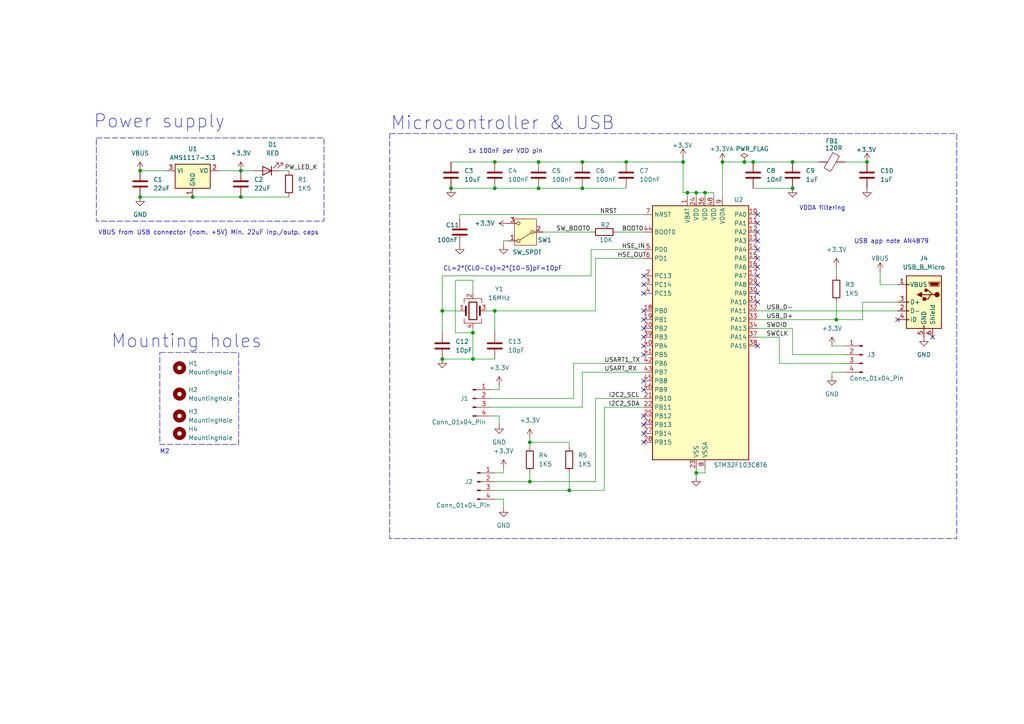
<source format=kicad_sch>
(kicad_sch
	(version 20231120)
	(generator "eeschema")
	(generator_version "8.0")
	(uuid "15e7b45e-7dfd-4c3e-85f5-fbdae5bb81d1")
	(paper "A4")
	(title_block
		(title "STM32 PCB")
		(date "2025-08-14")
		(rev "0.1")
		(company "NEOENRG")
	)
	(lib_symbols
		(symbol "Connector:Conn_01x04_Pin"
			(pin_names
				(offset 1.016) hide)
			(exclude_from_sim no)
			(in_bom yes)
			(on_board yes)
			(property "Reference" "J"
				(at 0 5.08 0)
				(effects
					(font
						(size 1.27 1.27)
					)
				)
			)
			(property "Value" "Conn_01x04_Pin"
				(at 0 -7.62 0)
				(effects
					(font
						(size 1.27 1.27)
					)
				)
			)
			(property "Footprint" ""
				(at 0 0 0)
				(effects
					(font
						(size 1.27 1.27)
					)
					(hide yes)
				)
			)
			(property "Datasheet" "~"
				(at 0 0 0)
				(effects
					(font
						(size 1.27 1.27)
					)
					(hide yes)
				)
			)
			(property "Description" "Generic connector, single row, 01x04, script generated"
				(at 0 0 0)
				(effects
					(font
						(size 1.27 1.27)
					)
					(hide yes)
				)
			)
			(property "ki_locked" ""
				(at 0 0 0)
				(effects
					(font
						(size 1.27 1.27)
					)
				)
			)
			(property "ki_keywords" "connector"
				(at 0 0 0)
				(effects
					(font
						(size 1.27 1.27)
					)
					(hide yes)
				)
			)
			(property "ki_fp_filters" "Connector*:*_1x??_*"
				(at 0 0 0)
				(effects
					(font
						(size 1.27 1.27)
					)
					(hide yes)
				)
			)
			(symbol "Conn_01x04_Pin_1_1"
				(polyline
					(pts
						(xy 1.27 -5.08) (xy 0.8636 -5.08)
					)
					(stroke
						(width 0.1524)
						(type default)
					)
					(fill
						(type none)
					)
				)
				(polyline
					(pts
						(xy 1.27 -2.54) (xy 0.8636 -2.54)
					)
					(stroke
						(width 0.1524)
						(type default)
					)
					(fill
						(type none)
					)
				)
				(polyline
					(pts
						(xy 1.27 0) (xy 0.8636 0)
					)
					(stroke
						(width 0.1524)
						(type default)
					)
					(fill
						(type none)
					)
				)
				(polyline
					(pts
						(xy 1.27 2.54) (xy 0.8636 2.54)
					)
					(stroke
						(width 0.1524)
						(type default)
					)
					(fill
						(type none)
					)
				)
				(rectangle
					(start 0.8636 -4.953)
					(end 0 -5.207)
					(stroke
						(width 0.1524)
						(type default)
					)
					(fill
						(type outline)
					)
				)
				(rectangle
					(start 0.8636 -2.413)
					(end 0 -2.667)
					(stroke
						(width 0.1524)
						(type default)
					)
					(fill
						(type outline)
					)
				)
				(rectangle
					(start 0.8636 0.127)
					(end 0 -0.127)
					(stroke
						(width 0.1524)
						(type default)
					)
					(fill
						(type outline)
					)
				)
				(rectangle
					(start 0.8636 2.667)
					(end 0 2.413)
					(stroke
						(width 0.1524)
						(type default)
					)
					(fill
						(type outline)
					)
				)
				(pin passive line
					(at 5.08 2.54 180)
					(length 3.81)
					(name "Pin_1"
						(effects
							(font
								(size 1.27 1.27)
							)
						)
					)
					(number "1"
						(effects
							(font
								(size 1.27 1.27)
							)
						)
					)
				)
				(pin passive line
					(at 5.08 0 180)
					(length 3.81)
					(name "Pin_2"
						(effects
							(font
								(size 1.27 1.27)
							)
						)
					)
					(number "2"
						(effects
							(font
								(size 1.27 1.27)
							)
						)
					)
				)
				(pin passive line
					(at 5.08 -2.54 180)
					(length 3.81)
					(name "Pin_3"
						(effects
							(font
								(size 1.27 1.27)
							)
						)
					)
					(number "3"
						(effects
							(font
								(size 1.27 1.27)
							)
						)
					)
				)
				(pin passive line
					(at 5.08 -5.08 180)
					(length 3.81)
					(name "Pin_4"
						(effects
							(font
								(size 1.27 1.27)
							)
						)
					)
					(number "4"
						(effects
							(font
								(size 1.27 1.27)
							)
						)
					)
				)
			)
		)
		(symbol "Connector:USB_B_Micro"
			(pin_names
				(offset 1.016)
			)
			(exclude_from_sim no)
			(in_bom yes)
			(on_board yes)
			(property "Reference" "J"
				(at -5.08 11.43 0)
				(effects
					(font
						(size 1.27 1.27)
					)
					(justify left)
				)
			)
			(property "Value" "USB_B_Micro"
				(at -5.08 8.89 0)
				(effects
					(font
						(size 1.27 1.27)
					)
					(justify left)
				)
			)
			(property "Footprint" ""
				(at 3.81 -1.27 0)
				(effects
					(font
						(size 1.27 1.27)
					)
					(hide yes)
				)
			)
			(property "Datasheet" "~"
				(at 3.81 -1.27 0)
				(effects
					(font
						(size 1.27 1.27)
					)
					(hide yes)
				)
			)
			(property "Description" "USB Micro Type B connector"
				(at 0 0 0)
				(effects
					(font
						(size 1.27 1.27)
					)
					(hide yes)
				)
			)
			(property "ki_keywords" "connector USB micro"
				(at 0 0 0)
				(effects
					(font
						(size 1.27 1.27)
					)
					(hide yes)
				)
			)
			(property "ki_fp_filters" "USB*"
				(at 0 0 0)
				(effects
					(font
						(size 1.27 1.27)
					)
					(hide yes)
				)
			)
			(symbol "USB_B_Micro_0_1"
				(rectangle
					(start -5.08 -7.62)
					(end 5.08 7.62)
					(stroke
						(width 0.254)
						(type default)
					)
					(fill
						(type background)
					)
				)
				(circle
					(center -3.81 2.159)
					(radius 0.635)
					(stroke
						(width 0.254)
						(type default)
					)
					(fill
						(type outline)
					)
				)
				(circle
					(center -0.635 3.429)
					(radius 0.381)
					(stroke
						(width 0.254)
						(type default)
					)
					(fill
						(type outline)
					)
				)
				(rectangle
					(start -0.127 -7.62)
					(end 0.127 -6.858)
					(stroke
						(width 0)
						(type default)
					)
					(fill
						(type none)
					)
				)
				(polyline
					(pts
						(xy -1.905 2.159) (xy 0.635 2.159)
					)
					(stroke
						(width 0.254)
						(type default)
					)
					(fill
						(type none)
					)
				)
				(polyline
					(pts
						(xy -3.175 2.159) (xy -2.54 2.159) (xy -1.27 3.429) (xy -0.635 3.429)
					)
					(stroke
						(width 0.254)
						(type default)
					)
					(fill
						(type none)
					)
				)
				(polyline
					(pts
						(xy -2.54 2.159) (xy -1.905 2.159) (xy -1.27 0.889) (xy 0 0.889)
					)
					(stroke
						(width 0.254)
						(type default)
					)
					(fill
						(type none)
					)
				)
				(polyline
					(pts
						(xy 0.635 2.794) (xy 0.635 1.524) (xy 1.905 2.159) (xy 0.635 2.794)
					)
					(stroke
						(width 0.254)
						(type default)
					)
					(fill
						(type outline)
					)
				)
				(polyline
					(pts
						(xy -4.318 5.588) (xy -1.778 5.588) (xy -2.032 4.826) (xy -4.064 4.826) (xy -4.318 5.588)
					)
					(stroke
						(width 0)
						(type default)
					)
					(fill
						(type outline)
					)
				)
				(polyline
					(pts
						(xy -4.699 5.842) (xy -4.699 5.588) (xy -4.445 4.826) (xy -4.445 4.572) (xy -1.651 4.572) (xy -1.651 4.826)
						(xy -1.397 5.588) (xy -1.397 5.842) (xy -4.699 5.842)
					)
					(stroke
						(width 0)
						(type default)
					)
					(fill
						(type none)
					)
				)
				(rectangle
					(start 0.254 1.27)
					(end -0.508 0.508)
					(stroke
						(width 0.254)
						(type default)
					)
					(fill
						(type outline)
					)
				)
				(rectangle
					(start 5.08 -5.207)
					(end 4.318 -4.953)
					(stroke
						(width 0)
						(type default)
					)
					(fill
						(type none)
					)
				)
				(rectangle
					(start 5.08 -2.667)
					(end 4.318 -2.413)
					(stroke
						(width 0)
						(type default)
					)
					(fill
						(type none)
					)
				)
				(rectangle
					(start 5.08 -0.127)
					(end 4.318 0.127)
					(stroke
						(width 0)
						(type default)
					)
					(fill
						(type none)
					)
				)
				(rectangle
					(start 5.08 4.953)
					(end 4.318 5.207)
					(stroke
						(width 0)
						(type default)
					)
					(fill
						(type none)
					)
				)
			)
			(symbol "USB_B_Micro_1_1"
				(pin power_out line
					(at 7.62 5.08 180)
					(length 2.54)
					(name "VBUS"
						(effects
							(font
								(size 1.27 1.27)
							)
						)
					)
					(number "1"
						(effects
							(font
								(size 1.27 1.27)
							)
						)
					)
				)
				(pin bidirectional line
					(at 7.62 -2.54 180)
					(length 2.54)
					(name "D-"
						(effects
							(font
								(size 1.27 1.27)
							)
						)
					)
					(number "2"
						(effects
							(font
								(size 1.27 1.27)
							)
						)
					)
				)
				(pin bidirectional line
					(at 7.62 0 180)
					(length 2.54)
					(name "D+"
						(effects
							(font
								(size 1.27 1.27)
							)
						)
					)
					(number "3"
						(effects
							(font
								(size 1.27 1.27)
							)
						)
					)
				)
				(pin passive line
					(at 7.62 -5.08 180)
					(length 2.54)
					(name "ID"
						(effects
							(font
								(size 1.27 1.27)
							)
						)
					)
					(number "4"
						(effects
							(font
								(size 1.27 1.27)
							)
						)
					)
				)
				(pin power_out line
					(at 0 -10.16 90)
					(length 2.54)
					(name "GND"
						(effects
							(font
								(size 1.27 1.27)
							)
						)
					)
					(number "5"
						(effects
							(font
								(size 1.27 1.27)
							)
						)
					)
				)
				(pin passive line
					(at -2.54 -10.16 90)
					(length 2.54)
					(name "Shield"
						(effects
							(font
								(size 1.27 1.27)
							)
						)
					)
					(number "6"
						(effects
							(font
								(size 1.27 1.27)
							)
						)
					)
				)
			)
		)
		(symbol "Device:C"
			(pin_numbers hide)
			(pin_names
				(offset 0.254)
			)
			(exclude_from_sim no)
			(in_bom yes)
			(on_board yes)
			(property "Reference" "C"
				(at 0.635 2.54 0)
				(effects
					(font
						(size 1.27 1.27)
					)
					(justify left)
				)
			)
			(property "Value" "C"
				(at 0.635 -2.54 0)
				(effects
					(font
						(size 1.27 1.27)
					)
					(justify left)
				)
			)
			(property "Footprint" ""
				(at 0.9652 -3.81 0)
				(effects
					(font
						(size 1.27 1.27)
					)
					(hide yes)
				)
			)
			(property "Datasheet" "~"
				(at 0 0 0)
				(effects
					(font
						(size 1.27 1.27)
					)
					(hide yes)
				)
			)
			(property "Description" "Unpolarized capacitor"
				(at 0 0 0)
				(effects
					(font
						(size 1.27 1.27)
					)
					(hide yes)
				)
			)
			(property "ki_keywords" "cap capacitor"
				(at 0 0 0)
				(effects
					(font
						(size 1.27 1.27)
					)
					(hide yes)
				)
			)
			(property "ki_fp_filters" "C_*"
				(at 0 0 0)
				(effects
					(font
						(size 1.27 1.27)
					)
					(hide yes)
				)
			)
			(symbol "C_0_1"
				(polyline
					(pts
						(xy -2.032 -0.762) (xy 2.032 -0.762)
					)
					(stroke
						(width 0.508)
						(type default)
					)
					(fill
						(type none)
					)
				)
				(polyline
					(pts
						(xy -2.032 0.762) (xy 2.032 0.762)
					)
					(stroke
						(width 0.508)
						(type default)
					)
					(fill
						(type none)
					)
				)
			)
			(symbol "C_1_1"
				(pin passive line
					(at 0 3.81 270)
					(length 2.794)
					(name "~"
						(effects
							(font
								(size 1.27 1.27)
							)
						)
					)
					(number "1"
						(effects
							(font
								(size 1.27 1.27)
							)
						)
					)
				)
				(pin passive line
					(at 0 -3.81 90)
					(length 2.794)
					(name "~"
						(effects
							(font
								(size 1.27 1.27)
							)
						)
					)
					(number "2"
						(effects
							(font
								(size 1.27 1.27)
							)
						)
					)
				)
			)
		)
		(symbol "Device:Crystal_GND24"
			(pin_names
				(offset 1.016) hide)
			(exclude_from_sim no)
			(in_bom yes)
			(on_board yes)
			(property "Reference" "Y"
				(at 3.175 5.08 0)
				(effects
					(font
						(size 1.27 1.27)
					)
					(justify left)
				)
			)
			(property "Value" "Crystal_GND24"
				(at 3.175 3.175 0)
				(effects
					(font
						(size 1.27 1.27)
					)
					(justify left)
				)
			)
			(property "Footprint" ""
				(at 0 0 0)
				(effects
					(font
						(size 1.27 1.27)
					)
					(hide yes)
				)
			)
			(property "Datasheet" "~"
				(at 0 0 0)
				(effects
					(font
						(size 1.27 1.27)
					)
					(hide yes)
				)
			)
			(property "Description" "Four pin crystal, GND on pins 2 and 4"
				(at 0 0 0)
				(effects
					(font
						(size 1.27 1.27)
					)
					(hide yes)
				)
			)
			(property "ki_keywords" "quartz ceramic resonator oscillator"
				(at 0 0 0)
				(effects
					(font
						(size 1.27 1.27)
					)
					(hide yes)
				)
			)
			(property "ki_fp_filters" "Crystal*"
				(at 0 0 0)
				(effects
					(font
						(size 1.27 1.27)
					)
					(hide yes)
				)
			)
			(symbol "Crystal_GND24_0_1"
				(rectangle
					(start -1.143 2.54)
					(end 1.143 -2.54)
					(stroke
						(width 0.3048)
						(type default)
					)
					(fill
						(type none)
					)
				)
				(polyline
					(pts
						(xy -2.54 0) (xy -2.032 0)
					)
					(stroke
						(width 0)
						(type default)
					)
					(fill
						(type none)
					)
				)
				(polyline
					(pts
						(xy -2.032 -1.27) (xy -2.032 1.27)
					)
					(stroke
						(width 0.508)
						(type default)
					)
					(fill
						(type none)
					)
				)
				(polyline
					(pts
						(xy 0 -3.81) (xy 0 -3.556)
					)
					(stroke
						(width 0)
						(type default)
					)
					(fill
						(type none)
					)
				)
				(polyline
					(pts
						(xy 0 3.556) (xy 0 3.81)
					)
					(stroke
						(width 0)
						(type default)
					)
					(fill
						(type none)
					)
				)
				(polyline
					(pts
						(xy 2.032 -1.27) (xy 2.032 1.27)
					)
					(stroke
						(width 0.508)
						(type default)
					)
					(fill
						(type none)
					)
				)
				(polyline
					(pts
						(xy 2.032 0) (xy 2.54 0)
					)
					(stroke
						(width 0)
						(type default)
					)
					(fill
						(type none)
					)
				)
				(polyline
					(pts
						(xy -2.54 -2.286) (xy -2.54 -3.556) (xy 2.54 -3.556) (xy 2.54 -2.286)
					)
					(stroke
						(width 0)
						(type default)
					)
					(fill
						(type none)
					)
				)
				(polyline
					(pts
						(xy -2.54 2.286) (xy -2.54 3.556) (xy 2.54 3.556) (xy 2.54 2.286)
					)
					(stroke
						(width 0)
						(type default)
					)
					(fill
						(type none)
					)
				)
			)
			(symbol "Crystal_GND24_1_1"
				(pin passive line
					(at -3.81 0 0)
					(length 1.27)
					(name "1"
						(effects
							(font
								(size 1.27 1.27)
							)
						)
					)
					(number "1"
						(effects
							(font
								(size 1.27 1.27)
							)
						)
					)
				)
				(pin passive line
					(at 0 5.08 270)
					(length 1.27)
					(name "2"
						(effects
							(font
								(size 1.27 1.27)
							)
						)
					)
					(number "2"
						(effects
							(font
								(size 1.27 1.27)
							)
						)
					)
				)
				(pin passive line
					(at 3.81 0 180)
					(length 1.27)
					(name "3"
						(effects
							(font
								(size 1.27 1.27)
							)
						)
					)
					(number "3"
						(effects
							(font
								(size 1.27 1.27)
							)
						)
					)
				)
				(pin passive line
					(at 0 -5.08 90)
					(length 1.27)
					(name "4"
						(effects
							(font
								(size 1.27 1.27)
							)
						)
					)
					(number "4"
						(effects
							(font
								(size 1.27 1.27)
							)
						)
					)
				)
			)
		)
		(symbol "Device:FerriteBead"
			(pin_numbers hide)
			(pin_names
				(offset 0)
			)
			(exclude_from_sim no)
			(in_bom yes)
			(on_board yes)
			(property "Reference" "FB"
				(at -3.81 0.635 90)
				(effects
					(font
						(size 1.27 1.27)
					)
				)
			)
			(property "Value" "FerriteBead"
				(at 3.81 0 90)
				(effects
					(font
						(size 1.27 1.27)
					)
				)
			)
			(property "Footprint" ""
				(at -1.778 0 90)
				(effects
					(font
						(size 1.27 1.27)
					)
					(hide yes)
				)
			)
			(property "Datasheet" "~"
				(at 0 0 0)
				(effects
					(font
						(size 1.27 1.27)
					)
					(hide yes)
				)
			)
			(property "Description" "Ferrite bead"
				(at 0 0 0)
				(effects
					(font
						(size 1.27 1.27)
					)
					(hide yes)
				)
			)
			(property "ki_keywords" "L ferrite bead inductor filter"
				(at 0 0 0)
				(effects
					(font
						(size 1.27 1.27)
					)
					(hide yes)
				)
			)
			(property "ki_fp_filters" "Inductor_* L_* *Ferrite*"
				(at 0 0 0)
				(effects
					(font
						(size 1.27 1.27)
					)
					(hide yes)
				)
			)
			(symbol "FerriteBead_0_1"
				(polyline
					(pts
						(xy 0 -1.27) (xy 0 -1.2192)
					)
					(stroke
						(width 0)
						(type default)
					)
					(fill
						(type none)
					)
				)
				(polyline
					(pts
						(xy 0 1.27) (xy 0 1.2954)
					)
					(stroke
						(width 0)
						(type default)
					)
					(fill
						(type none)
					)
				)
				(polyline
					(pts
						(xy -2.7686 0.4064) (xy -1.7018 2.2606) (xy 2.7686 -0.3048) (xy 1.6764 -2.159) (xy -2.7686 0.4064)
					)
					(stroke
						(width 0)
						(type default)
					)
					(fill
						(type none)
					)
				)
			)
			(symbol "FerriteBead_1_1"
				(pin passive line
					(at 0 3.81 270)
					(length 2.54)
					(name "~"
						(effects
							(font
								(size 1.27 1.27)
							)
						)
					)
					(number "1"
						(effects
							(font
								(size 1.27 1.27)
							)
						)
					)
				)
				(pin passive line
					(at 0 -3.81 90)
					(length 2.54)
					(name "~"
						(effects
							(font
								(size 1.27 1.27)
							)
						)
					)
					(number "2"
						(effects
							(font
								(size 1.27 1.27)
							)
						)
					)
				)
			)
		)
		(symbol "Device:LED"
			(pin_numbers hide)
			(pin_names
				(offset 1.016) hide)
			(exclude_from_sim no)
			(in_bom yes)
			(on_board yes)
			(property "Reference" "D"
				(at 0 2.54 0)
				(effects
					(font
						(size 1.27 1.27)
					)
				)
			)
			(property "Value" "LED"
				(at 0 -2.54 0)
				(effects
					(font
						(size 1.27 1.27)
					)
				)
			)
			(property "Footprint" ""
				(at 0 0 0)
				(effects
					(font
						(size 1.27 1.27)
					)
					(hide yes)
				)
			)
			(property "Datasheet" "~"
				(at 0 0 0)
				(effects
					(font
						(size 1.27 1.27)
					)
					(hide yes)
				)
			)
			(property "Description" "Light emitting diode"
				(at 0 0 0)
				(effects
					(font
						(size 1.27 1.27)
					)
					(hide yes)
				)
			)
			(property "ki_keywords" "LED diode"
				(at 0 0 0)
				(effects
					(font
						(size 1.27 1.27)
					)
					(hide yes)
				)
			)
			(property "ki_fp_filters" "LED* LED_SMD:* LED_THT:*"
				(at 0 0 0)
				(effects
					(font
						(size 1.27 1.27)
					)
					(hide yes)
				)
			)
			(symbol "LED_0_1"
				(polyline
					(pts
						(xy -1.27 -1.27) (xy -1.27 1.27)
					)
					(stroke
						(width 0.254)
						(type default)
					)
					(fill
						(type none)
					)
				)
				(polyline
					(pts
						(xy -1.27 0) (xy 1.27 0)
					)
					(stroke
						(width 0)
						(type default)
					)
					(fill
						(type none)
					)
				)
				(polyline
					(pts
						(xy 1.27 -1.27) (xy 1.27 1.27) (xy -1.27 0) (xy 1.27 -1.27)
					)
					(stroke
						(width 0.254)
						(type default)
					)
					(fill
						(type none)
					)
				)
				(polyline
					(pts
						(xy -3.048 -0.762) (xy -4.572 -2.286) (xy -3.81 -2.286) (xy -4.572 -2.286) (xy -4.572 -1.524)
					)
					(stroke
						(width 0)
						(type default)
					)
					(fill
						(type none)
					)
				)
				(polyline
					(pts
						(xy -1.778 -0.762) (xy -3.302 -2.286) (xy -2.54 -2.286) (xy -3.302 -2.286) (xy -3.302 -1.524)
					)
					(stroke
						(width 0)
						(type default)
					)
					(fill
						(type none)
					)
				)
			)
			(symbol "LED_1_1"
				(pin passive line
					(at -3.81 0 0)
					(length 2.54)
					(name "K"
						(effects
							(font
								(size 1.27 1.27)
							)
						)
					)
					(number "1"
						(effects
							(font
								(size 1.27 1.27)
							)
						)
					)
				)
				(pin passive line
					(at 3.81 0 180)
					(length 2.54)
					(name "A"
						(effects
							(font
								(size 1.27 1.27)
							)
						)
					)
					(number "2"
						(effects
							(font
								(size 1.27 1.27)
							)
						)
					)
				)
			)
		)
		(symbol "Device:R"
			(pin_numbers hide)
			(pin_names
				(offset 0)
			)
			(exclude_from_sim no)
			(in_bom yes)
			(on_board yes)
			(property "Reference" "R"
				(at 2.032 0 90)
				(effects
					(font
						(size 1.27 1.27)
					)
				)
			)
			(property "Value" "R"
				(at 0 0 90)
				(effects
					(font
						(size 1.27 1.27)
					)
				)
			)
			(property "Footprint" ""
				(at -1.778 0 90)
				(effects
					(font
						(size 1.27 1.27)
					)
					(hide yes)
				)
			)
			(property "Datasheet" "~"
				(at 0 0 0)
				(effects
					(font
						(size 1.27 1.27)
					)
					(hide yes)
				)
			)
			(property "Description" "Resistor"
				(at 0 0 0)
				(effects
					(font
						(size 1.27 1.27)
					)
					(hide yes)
				)
			)
			(property "ki_keywords" "R res resistor"
				(at 0 0 0)
				(effects
					(font
						(size 1.27 1.27)
					)
					(hide yes)
				)
			)
			(property "ki_fp_filters" "R_*"
				(at 0 0 0)
				(effects
					(font
						(size 1.27 1.27)
					)
					(hide yes)
				)
			)
			(symbol "R_0_1"
				(rectangle
					(start -1.016 -2.54)
					(end 1.016 2.54)
					(stroke
						(width 0.254)
						(type default)
					)
					(fill
						(type none)
					)
				)
			)
			(symbol "R_1_1"
				(pin passive line
					(at 0 3.81 270)
					(length 1.27)
					(name "~"
						(effects
							(font
								(size 1.27 1.27)
							)
						)
					)
					(number "1"
						(effects
							(font
								(size 1.27 1.27)
							)
						)
					)
				)
				(pin passive line
					(at 0 -3.81 90)
					(length 1.27)
					(name "~"
						(effects
							(font
								(size 1.27 1.27)
							)
						)
					)
					(number "2"
						(effects
							(font
								(size 1.27 1.27)
							)
						)
					)
				)
			)
		)
		(symbol "MCU_ST_STM32F1:STM32F103C8Tx"
			(exclude_from_sim no)
			(in_bom yes)
			(on_board yes)
			(property "Reference" "U"
				(at -12.7 39.37 0)
				(effects
					(font
						(size 1.27 1.27)
					)
					(justify left)
				)
			)
			(property "Value" "STM32F103C8Tx"
				(at 10.16 39.37 0)
				(effects
					(font
						(size 1.27 1.27)
					)
					(justify left)
				)
			)
			(property "Footprint" "Package_QFP:LQFP-48_7x7mm_P0.5mm"
				(at -12.7 -35.56 0)
				(effects
					(font
						(size 1.27 1.27)
					)
					(justify right)
					(hide yes)
				)
			)
			(property "Datasheet" "https://www.st.com/resource/en/datasheet/stm32f103c8.pdf"
				(at 0 0 0)
				(effects
					(font
						(size 1.27 1.27)
					)
					(hide yes)
				)
			)
			(property "Description" "STMicroelectronics Arm Cortex-M3 MCU, 64KB flash, 20KB RAM, 72 MHz, 2.0-3.6V, 37 GPIO, LQFP48"
				(at 0 0 0)
				(effects
					(font
						(size 1.27 1.27)
					)
					(hide yes)
				)
			)
			(property "ki_locked" ""
				(at 0 0 0)
				(effects
					(font
						(size 1.27 1.27)
					)
				)
			)
			(property "ki_keywords" "Arm Cortex-M3 STM32F1 STM32F103"
				(at 0 0 0)
				(effects
					(font
						(size 1.27 1.27)
					)
					(hide yes)
				)
			)
			(property "ki_fp_filters" "LQFP*7x7mm*P0.5mm*"
				(at 0 0 0)
				(effects
					(font
						(size 1.27 1.27)
					)
					(hide yes)
				)
			)
			(symbol "STM32F103C8Tx_0_1"
				(rectangle
					(start -12.7 -35.56)
					(end 15.24 38.1)
					(stroke
						(width 0.254)
						(type default)
					)
					(fill
						(type background)
					)
				)
			)
			(symbol "STM32F103C8Tx_1_1"
				(pin power_in line
					(at -2.54 40.64 270)
					(length 2.54)
					(name "VBAT"
						(effects
							(font
								(size 1.27 1.27)
							)
						)
					)
					(number "1"
						(effects
							(font
								(size 1.27 1.27)
							)
						)
					)
				)
				(pin bidirectional line
					(at 17.78 35.56 180)
					(length 2.54)
					(name "PA0"
						(effects
							(font
								(size 1.27 1.27)
							)
						)
					)
					(number "10"
						(effects
							(font
								(size 1.27 1.27)
							)
						)
					)
					(alternate "ADC1_IN0" bidirectional line)
					(alternate "ADC2_IN0" bidirectional line)
					(alternate "SYS_WKUP" bidirectional line)
					(alternate "TIM2_CH1" bidirectional line)
					(alternate "TIM2_ETR" bidirectional line)
					(alternate "USART2_CTS" bidirectional line)
				)
				(pin bidirectional line
					(at 17.78 33.02 180)
					(length 2.54)
					(name "PA1"
						(effects
							(font
								(size 1.27 1.27)
							)
						)
					)
					(number "11"
						(effects
							(font
								(size 1.27 1.27)
							)
						)
					)
					(alternate "ADC1_IN1" bidirectional line)
					(alternate "ADC2_IN1" bidirectional line)
					(alternate "TIM2_CH2" bidirectional line)
					(alternate "USART2_RTS" bidirectional line)
				)
				(pin bidirectional line
					(at 17.78 30.48 180)
					(length 2.54)
					(name "PA2"
						(effects
							(font
								(size 1.27 1.27)
							)
						)
					)
					(number "12"
						(effects
							(font
								(size 1.27 1.27)
							)
						)
					)
					(alternate "ADC1_IN2" bidirectional line)
					(alternate "ADC2_IN2" bidirectional line)
					(alternate "TIM2_CH3" bidirectional line)
					(alternate "USART2_TX" bidirectional line)
				)
				(pin bidirectional line
					(at 17.78 27.94 180)
					(length 2.54)
					(name "PA3"
						(effects
							(font
								(size 1.27 1.27)
							)
						)
					)
					(number "13"
						(effects
							(font
								(size 1.27 1.27)
							)
						)
					)
					(alternate "ADC1_IN3" bidirectional line)
					(alternate "ADC2_IN3" bidirectional line)
					(alternate "TIM2_CH4" bidirectional line)
					(alternate "USART2_RX" bidirectional line)
				)
				(pin bidirectional line
					(at 17.78 25.4 180)
					(length 2.54)
					(name "PA4"
						(effects
							(font
								(size 1.27 1.27)
							)
						)
					)
					(number "14"
						(effects
							(font
								(size 1.27 1.27)
							)
						)
					)
					(alternate "ADC1_IN4" bidirectional line)
					(alternate "ADC2_IN4" bidirectional line)
					(alternate "SPI1_NSS" bidirectional line)
					(alternate "USART2_CK" bidirectional line)
				)
				(pin bidirectional line
					(at 17.78 22.86 180)
					(length 2.54)
					(name "PA5"
						(effects
							(font
								(size 1.27 1.27)
							)
						)
					)
					(number "15"
						(effects
							(font
								(size 1.27 1.27)
							)
						)
					)
					(alternate "ADC1_IN5" bidirectional line)
					(alternate "ADC2_IN5" bidirectional line)
					(alternate "SPI1_SCK" bidirectional line)
				)
				(pin bidirectional line
					(at 17.78 20.32 180)
					(length 2.54)
					(name "PA6"
						(effects
							(font
								(size 1.27 1.27)
							)
						)
					)
					(number "16"
						(effects
							(font
								(size 1.27 1.27)
							)
						)
					)
					(alternate "ADC1_IN6" bidirectional line)
					(alternate "ADC2_IN6" bidirectional line)
					(alternate "SPI1_MISO" bidirectional line)
					(alternate "TIM1_BKIN" bidirectional line)
					(alternate "TIM3_CH1" bidirectional line)
				)
				(pin bidirectional line
					(at 17.78 17.78 180)
					(length 2.54)
					(name "PA7"
						(effects
							(font
								(size 1.27 1.27)
							)
						)
					)
					(number "17"
						(effects
							(font
								(size 1.27 1.27)
							)
						)
					)
					(alternate "ADC1_IN7" bidirectional line)
					(alternate "ADC2_IN7" bidirectional line)
					(alternate "SPI1_MOSI" bidirectional line)
					(alternate "TIM1_CH1N" bidirectional line)
					(alternate "TIM3_CH2" bidirectional line)
				)
				(pin bidirectional line
					(at -15.24 7.62 0)
					(length 2.54)
					(name "PB0"
						(effects
							(font
								(size 1.27 1.27)
							)
						)
					)
					(number "18"
						(effects
							(font
								(size 1.27 1.27)
							)
						)
					)
					(alternate "ADC1_IN8" bidirectional line)
					(alternate "ADC2_IN8" bidirectional line)
					(alternate "TIM1_CH2N" bidirectional line)
					(alternate "TIM3_CH3" bidirectional line)
				)
				(pin bidirectional line
					(at -15.24 5.08 0)
					(length 2.54)
					(name "PB1"
						(effects
							(font
								(size 1.27 1.27)
							)
						)
					)
					(number "19"
						(effects
							(font
								(size 1.27 1.27)
							)
						)
					)
					(alternate "ADC1_IN9" bidirectional line)
					(alternate "ADC2_IN9" bidirectional line)
					(alternate "TIM1_CH3N" bidirectional line)
					(alternate "TIM3_CH4" bidirectional line)
				)
				(pin bidirectional line
					(at -15.24 17.78 0)
					(length 2.54)
					(name "PC13"
						(effects
							(font
								(size 1.27 1.27)
							)
						)
					)
					(number "2"
						(effects
							(font
								(size 1.27 1.27)
							)
						)
					)
					(alternate "RTC_OUT" bidirectional line)
					(alternate "RTC_TAMPER" bidirectional line)
				)
				(pin bidirectional line
					(at -15.24 2.54 0)
					(length 2.54)
					(name "PB2"
						(effects
							(font
								(size 1.27 1.27)
							)
						)
					)
					(number "20"
						(effects
							(font
								(size 1.27 1.27)
							)
						)
					)
				)
				(pin bidirectional line
					(at -15.24 -17.78 0)
					(length 2.54)
					(name "PB10"
						(effects
							(font
								(size 1.27 1.27)
							)
						)
					)
					(number "21"
						(effects
							(font
								(size 1.27 1.27)
							)
						)
					)
					(alternate "I2C2_SCL" bidirectional line)
					(alternate "TIM2_CH3" bidirectional line)
					(alternate "USART3_TX" bidirectional line)
				)
				(pin bidirectional line
					(at -15.24 -20.32 0)
					(length 2.54)
					(name "PB11"
						(effects
							(font
								(size 1.27 1.27)
							)
						)
					)
					(number "22"
						(effects
							(font
								(size 1.27 1.27)
							)
						)
					)
					(alternate "ADC1_EXTI11" bidirectional line)
					(alternate "ADC2_EXTI11" bidirectional line)
					(alternate "I2C2_SDA" bidirectional line)
					(alternate "TIM2_CH4" bidirectional line)
					(alternate "USART3_RX" bidirectional line)
				)
				(pin power_in line
					(at 0 -38.1 90)
					(length 2.54)
					(name "VSS"
						(effects
							(font
								(size 1.27 1.27)
							)
						)
					)
					(number "23"
						(effects
							(font
								(size 1.27 1.27)
							)
						)
					)
				)
				(pin power_in line
					(at 0 40.64 270)
					(length 2.54)
					(name "VDD"
						(effects
							(font
								(size 1.27 1.27)
							)
						)
					)
					(number "24"
						(effects
							(font
								(size 1.27 1.27)
							)
						)
					)
				)
				(pin bidirectional line
					(at -15.24 -22.86 0)
					(length 2.54)
					(name "PB12"
						(effects
							(font
								(size 1.27 1.27)
							)
						)
					)
					(number "25"
						(effects
							(font
								(size 1.27 1.27)
							)
						)
					)
					(alternate "I2C2_SMBA" bidirectional line)
					(alternate "SPI2_NSS" bidirectional line)
					(alternate "TIM1_BKIN" bidirectional line)
					(alternate "USART3_CK" bidirectional line)
				)
				(pin bidirectional line
					(at -15.24 -25.4 0)
					(length 2.54)
					(name "PB13"
						(effects
							(font
								(size 1.27 1.27)
							)
						)
					)
					(number "26"
						(effects
							(font
								(size 1.27 1.27)
							)
						)
					)
					(alternate "SPI2_SCK" bidirectional line)
					(alternate "TIM1_CH1N" bidirectional line)
					(alternate "USART3_CTS" bidirectional line)
				)
				(pin bidirectional line
					(at -15.24 -27.94 0)
					(length 2.54)
					(name "PB14"
						(effects
							(font
								(size 1.27 1.27)
							)
						)
					)
					(number "27"
						(effects
							(font
								(size 1.27 1.27)
							)
						)
					)
					(alternate "SPI2_MISO" bidirectional line)
					(alternate "TIM1_CH2N" bidirectional line)
					(alternate "USART3_RTS" bidirectional line)
				)
				(pin bidirectional line
					(at -15.24 -30.48 0)
					(length 2.54)
					(name "PB15"
						(effects
							(font
								(size 1.27 1.27)
							)
						)
					)
					(number "28"
						(effects
							(font
								(size 1.27 1.27)
							)
						)
					)
					(alternate "ADC1_EXTI15" bidirectional line)
					(alternate "ADC2_EXTI15" bidirectional line)
					(alternate "SPI2_MOSI" bidirectional line)
					(alternate "TIM1_CH3N" bidirectional line)
				)
				(pin bidirectional line
					(at 17.78 15.24 180)
					(length 2.54)
					(name "PA8"
						(effects
							(font
								(size 1.27 1.27)
							)
						)
					)
					(number "29"
						(effects
							(font
								(size 1.27 1.27)
							)
						)
					)
					(alternate "RCC_MCO" bidirectional line)
					(alternate "TIM1_CH1" bidirectional line)
					(alternate "USART1_CK" bidirectional line)
				)
				(pin bidirectional line
					(at -15.24 15.24 0)
					(length 2.54)
					(name "PC14"
						(effects
							(font
								(size 1.27 1.27)
							)
						)
					)
					(number "3"
						(effects
							(font
								(size 1.27 1.27)
							)
						)
					)
					(alternate "RCC_OSC32_IN" bidirectional line)
				)
				(pin bidirectional line
					(at 17.78 12.7 180)
					(length 2.54)
					(name "PA9"
						(effects
							(font
								(size 1.27 1.27)
							)
						)
					)
					(number "30"
						(effects
							(font
								(size 1.27 1.27)
							)
						)
					)
					(alternate "TIM1_CH2" bidirectional line)
					(alternate "USART1_TX" bidirectional line)
				)
				(pin bidirectional line
					(at 17.78 10.16 180)
					(length 2.54)
					(name "PA10"
						(effects
							(font
								(size 1.27 1.27)
							)
						)
					)
					(number "31"
						(effects
							(font
								(size 1.27 1.27)
							)
						)
					)
					(alternate "TIM1_CH3" bidirectional line)
					(alternate "USART1_RX" bidirectional line)
				)
				(pin bidirectional line
					(at 17.78 7.62 180)
					(length 2.54)
					(name "PA11"
						(effects
							(font
								(size 1.27 1.27)
							)
						)
					)
					(number "32"
						(effects
							(font
								(size 1.27 1.27)
							)
						)
					)
					(alternate "ADC1_EXTI11" bidirectional line)
					(alternate "ADC2_EXTI11" bidirectional line)
					(alternate "CAN_RX" bidirectional line)
					(alternate "TIM1_CH4" bidirectional line)
					(alternate "USART1_CTS" bidirectional line)
					(alternate "USB_DM" bidirectional line)
				)
				(pin bidirectional line
					(at 17.78 5.08 180)
					(length 2.54)
					(name "PA12"
						(effects
							(font
								(size 1.27 1.27)
							)
						)
					)
					(number "33"
						(effects
							(font
								(size 1.27 1.27)
							)
						)
					)
					(alternate "CAN_TX" bidirectional line)
					(alternate "TIM1_ETR" bidirectional line)
					(alternate "USART1_RTS" bidirectional line)
					(alternate "USB_DP" bidirectional line)
				)
				(pin bidirectional line
					(at 17.78 2.54 180)
					(length 2.54)
					(name "PA13"
						(effects
							(font
								(size 1.27 1.27)
							)
						)
					)
					(number "34"
						(effects
							(font
								(size 1.27 1.27)
							)
						)
					)
					(alternate "SYS_JTMS-SWDIO" bidirectional line)
				)
				(pin passive line
					(at 0 -38.1 90)
					(length 2.54) hide
					(name "VSS"
						(effects
							(font
								(size 1.27 1.27)
							)
						)
					)
					(number "35"
						(effects
							(font
								(size 1.27 1.27)
							)
						)
					)
				)
				(pin power_in line
					(at 2.54 40.64 270)
					(length 2.54)
					(name "VDD"
						(effects
							(font
								(size 1.27 1.27)
							)
						)
					)
					(number "36"
						(effects
							(font
								(size 1.27 1.27)
							)
						)
					)
				)
				(pin bidirectional line
					(at 17.78 0 180)
					(length 2.54)
					(name "PA14"
						(effects
							(font
								(size 1.27 1.27)
							)
						)
					)
					(number "37"
						(effects
							(font
								(size 1.27 1.27)
							)
						)
					)
					(alternate "SYS_JTCK-SWCLK" bidirectional line)
				)
				(pin bidirectional line
					(at 17.78 -2.54 180)
					(length 2.54)
					(name "PA15"
						(effects
							(font
								(size 1.27 1.27)
							)
						)
					)
					(number "38"
						(effects
							(font
								(size 1.27 1.27)
							)
						)
					)
					(alternate "ADC1_EXTI15" bidirectional line)
					(alternate "ADC2_EXTI15" bidirectional line)
					(alternate "SPI1_NSS" bidirectional line)
					(alternate "SYS_JTDI" bidirectional line)
					(alternate "TIM2_CH1" bidirectional line)
					(alternate "TIM2_ETR" bidirectional line)
				)
				(pin bidirectional line
					(at -15.24 0 0)
					(length 2.54)
					(name "PB3"
						(effects
							(font
								(size 1.27 1.27)
							)
						)
					)
					(number "39"
						(effects
							(font
								(size 1.27 1.27)
							)
						)
					)
					(alternate "SPI1_SCK" bidirectional line)
					(alternate "SYS_JTDO-TRACESWO" bidirectional line)
					(alternate "TIM2_CH2" bidirectional line)
				)
				(pin bidirectional line
					(at -15.24 12.7 0)
					(length 2.54)
					(name "PC15"
						(effects
							(font
								(size 1.27 1.27)
							)
						)
					)
					(number "4"
						(effects
							(font
								(size 1.27 1.27)
							)
						)
					)
					(alternate "ADC1_EXTI15" bidirectional line)
					(alternate "ADC2_EXTI15" bidirectional line)
					(alternate "RCC_OSC32_OUT" bidirectional line)
				)
				(pin bidirectional line
					(at -15.24 -2.54 0)
					(length 2.54)
					(name "PB4"
						(effects
							(font
								(size 1.27 1.27)
							)
						)
					)
					(number "40"
						(effects
							(font
								(size 1.27 1.27)
							)
						)
					)
					(alternate "SPI1_MISO" bidirectional line)
					(alternate "SYS_NJTRST" bidirectional line)
					(alternate "TIM3_CH1" bidirectional line)
				)
				(pin bidirectional line
					(at -15.24 -5.08 0)
					(length 2.54)
					(name "PB5"
						(effects
							(font
								(size 1.27 1.27)
							)
						)
					)
					(number "41"
						(effects
							(font
								(size 1.27 1.27)
							)
						)
					)
					(alternate "I2C1_SMBA" bidirectional line)
					(alternate "SPI1_MOSI" bidirectional line)
					(alternate "TIM3_CH2" bidirectional line)
				)
				(pin bidirectional line
					(at -15.24 -7.62 0)
					(length 2.54)
					(name "PB6"
						(effects
							(font
								(size 1.27 1.27)
							)
						)
					)
					(number "42"
						(effects
							(font
								(size 1.27 1.27)
							)
						)
					)
					(alternate "I2C1_SCL" bidirectional line)
					(alternate "TIM4_CH1" bidirectional line)
					(alternate "USART1_TX" bidirectional line)
				)
				(pin bidirectional line
					(at -15.24 -10.16 0)
					(length 2.54)
					(name "PB7"
						(effects
							(font
								(size 1.27 1.27)
							)
						)
					)
					(number "43"
						(effects
							(font
								(size 1.27 1.27)
							)
						)
					)
					(alternate "I2C1_SDA" bidirectional line)
					(alternate "TIM4_CH2" bidirectional line)
					(alternate "USART1_RX" bidirectional line)
				)
				(pin input line
					(at -15.24 30.48 0)
					(length 2.54)
					(name "BOOT0"
						(effects
							(font
								(size 1.27 1.27)
							)
						)
					)
					(number "44"
						(effects
							(font
								(size 1.27 1.27)
							)
						)
					)
				)
				(pin bidirectional line
					(at -15.24 -12.7 0)
					(length 2.54)
					(name "PB8"
						(effects
							(font
								(size 1.27 1.27)
							)
						)
					)
					(number "45"
						(effects
							(font
								(size 1.27 1.27)
							)
						)
					)
					(alternate "CAN_RX" bidirectional line)
					(alternate "I2C1_SCL" bidirectional line)
					(alternate "TIM4_CH3" bidirectional line)
				)
				(pin bidirectional line
					(at -15.24 -15.24 0)
					(length 2.54)
					(name "PB9"
						(effects
							(font
								(size 1.27 1.27)
							)
						)
					)
					(number "46"
						(effects
							(font
								(size 1.27 1.27)
							)
						)
					)
					(alternate "CAN_TX" bidirectional line)
					(alternate "I2C1_SDA" bidirectional line)
					(alternate "TIM4_CH4" bidirectional line)
				)
				(pin passive line
					(at 0 -38.1 90)
					(length 2.54) hide
					(name "VSS"
						(effects
							(font
								(size 1.27 1.27)
							)
						)
					)
					(number "47"
						(effects
							(font
								(size 1.27 1.27)
							)
						)
					)
				)
				(pin power_in line
					(at 5.08 40.64 270)
					(length 2.54)
					(name "VDD"
						(effects
							(font
								(size 1.27 1.27)
							)
						)
					)
					(number "48"
						(effects
							(font
								(size 1.27 1.27)
							)
						)
					)
				)
				(pin bidirectional line
					(at -15.24 25.4 0)
					(length 2.54)
					(name "PD0"
						(effects
							(font
								(size 1.27 1.27)
							)
						)
					)
					(number "5"
						(effects
							(font
								(size 1.27 1.27)
							)
						)
					)
					(alternate "RCC_OSC_IN" bidirectional line)
				)
				(pin bidirectional line
					(at -15.24 22.86 0)
					(length 2.54)
					(name "PD1"
						(effects
							(font
								(size 1.27 1.27)
							)
						)
					)
					(number "6"
						(effects
							(font
								(size 1.27 1.27)
							)
						)
					)
					(alternate "RCC_OSC_OUT" bidirectional line)
				)
				(pin input line
					(at -15.24 35.56 0)
					(length 2.54)
					(name "NRST"
						(effects
							(font
								(size 1.27 1.27)
							)
						)
					)
					(number "7"
						(effects
							(font
								(size 1.27 1.27)
							)
						)
					)
				)
				(pin power_in line
					(at 2.54 -38.1 90)
					(length 2.54)
					(name "VSSA"
						(effects
							(font
								(size 1.27 1.27)
							)
						)
					)
					(number "8"
						(effects
							(font
								(size 1.27 1.27)
							)
						)
					)
				)
				(pin power_in line
					(at 7.62 40.64 270)
					(length 2.54)
					(name "VDDA"
						(effects
							(font
								(size 1.27 1.27)
							)
						)
					)
					(number "9"
						(effects
							(font
								(size 1.27 1.27)
							)
						)
					)
				)
			)
		)
		(symbol "Mechanical:MountingHole"
			(pin_names
				(offset 1.016)
			)
			(exclude_from_sim yes)
			(in_bom no)
			(on_board yes)
			(property "Reference" "H"
				(at 0 5.08 0)
				(effects
					(font
						(size 1.27 1.27)
					)
				)
			)
			(property "Value" "MountingHole"
				(at 0 3.175 0)
				(effects
					(font
						(size 1.27 1.27)
					)
				)
			)
			(property "Footprint" ""
				(at 0 0 0)
				(effects
					(font
						(size 1.27 1.27)
					)
					(hide yes)
				)
			)
			(property "Datasheet" "~"
				(at 0 0 0)
				(effects
					(font
						(size 1.27 1.27)
					)
					(hide yes)
				)
			)
			(property "Description" "Mounting Hole without connection"
				(at 0 0 0)
				(effects
					(font
						(size 1.27 1.27)
					)
					(hide yes)
				)
			)
			(property "ki_keywords" "mounting hole"
				(at 0 0 0)
				(effects
					(font
						(size 1.27 1.27)
					)
					(hide yes)
				)
			)
			(property "ki_fp_filters" "MountingHole*"
				(at 0 0 0)
				(effects
					(font
						(size 1.27 1.27)
					)
					(hide yes)
				)
			)
			(symbol "MountingHole_0_1"
				(circle
					(center 0 0)
					(radius 1.27)
					(stroke
						(width 1.27)
						(type default)
					)
					(fill
						(type none)
					)
				)
			)
		)
		(symbol "Regulator_Linear:AMS1117-3.3"
			(exclude_from_sim no)
			(in_bom yes)
			(on_board yes)
			(property "Reference" "U"
				(at -3.81 3.175 0)
				(effects
					(font
						(size 1.27 1.27)
					)
				)
			)
			(property "Value" "AMS1117-3.3"
				(at 0 3.175 0)
				(effects
					(font
						(size 1.27 1.27)
					)
					(justify left)
				)
			)
			(property "Footprint" "Package_TO_SOT_SMD:SOT-223-3_TabPin2"
				(at 0 5.08 0)
				(effects
					(font
						(size 1.27 1.27)
					)
					(hide yes)
				)
			)
			(property "Datasheet" "http://www.advanced-monolithic.com/pdf/ds1117.pdf"
				(at 2.54 -6.35 0)
				(effects
					(font
						(size 1.27 1.27)
					)
					(hide yes)
				)
			)
			(property "Description" "1A Low Dropout regulator, positive, 3.3V fixed output, SOT-223"
				(at 0 0 0)
				(effects
					(font
						(size 1.27 1.27)
					)
					(hide yes)
				)
			)
			(property "ki_keywords" "linear regulator ldo fixed positive"
				(at 0 0 0)
				(effects
					(font
						(size 1.27 1.27)
					)
					(hide yes)
				)
			)
			(property "ki_fp_filters" "SOT?223*TabPin2*"
				(at 0 0 0)
				(effects
					(font
						(size 1.27 1.27)
					)
					(hide yes)
				)
			)
			(symbol "AMS1117-3.3_0_1"
				(rectangle
					(start -5.08 -5.08)
					(end 5.08 1.905)
					(stroke
						(width 0.254)
						(type default)
					)
					(fill
						(type background)
					)
				)
			)
			(symbol "AMS1117-3.3_1_1"
				(pin power_in line
					(at 0 -7.62 90)
					(length 2.54)
					(name "GND"
						(effects
							(font
								(size 1.27 1.27)
							)
						)
					)
					(number "1"
						(effects
							(font
								(size 1.27 1.27)
							)
						)
					)
				)
				(pin power_out line
					(at 7.62 0 180)
					(length 2.54)
					(name "VO"
						(effects
							(font
								(size 1.27 1.27)
							)
						)
					)
					(number "2"
						(effects
							(font
								(size 1.27 1.27)
							)
						)
					)
				)
				(pin power_in line
					(at -7.62 0 0)
					(length 2.54)
					(name "VI"
						(effects
							(font
								(size 1.27 1.27)
							)
						)
					)
					(number "3"
						(effects
							(font
								(size 1.27 1.27)
							)
						)
					)
				)
			)
		)
		(symbol "Switch:SW_SPDT"
			(pin_names
				(offset 0) hide)
			(exclude_from_sim no)
			(in_bom yes)
			(on_board yes)
			(property "Reference" "SW"
				(at 0 5.08 0)
				(effects
					(font
						(size 1.27 1.27)
					)
				)
			)
			(property "Value" "SW_SPDT"
				(at 0 -5.08 0)
				(effects
					(font
						(size 1.27 1.27)
					)
				)
			)
			(property "Footprint" ""
				(at 0 0 0)
				(effects
					(font
						(size 1.27 1.27)
					)
					(hide yes)
				)
			)
			(property "Datasheet" "~"
				(at 0 -7.62 0)
				(effects
					(font
						(size 1.27 1.27)
					)
					(hide yes)
				)
			)
			(property "Description" "Switch, single pole double throw"
				(at 0 0 0)
				(effects
					(font
						(size 1.27 1.27)
					)
					(hide yes)
				)
			)
			(property "ki_keywords" "switch single-pole double-throw spdt ON-ON"
				(at 0 0 0)
				(effects
					(font
						(size 1.27 1.27)
					)
					(hide yes)
				)
			)
			(symbol "SW_SPDT_0_1"
				(circle
					(center -2.032 0)
					(radius 0.4572)
					(stroke
						(width 0)
						(type default)
					)
					(fill
						(type none)
					)
				)
				(polyline
					(pts
						(xy -1.651 0.254) (xy 1.651 2.286)
					)
					(stroke
						(width 0)
						(type default)
					)
					(fill
						(type none)
					)
				)
				(circle
					(center 2.032 -2.54)
					(radius 0.4572)
					(stroke
						(width 0)
						(type default)
					)
					(fill
						(type none)
					)
				)
				(circle
					(center 2.032 2.54)
					(radius 0.4572)
					(stroke
						(width 0)
						(type default)
					)
					(fill
						(type none)
					)
				)
			)
			(symbol "SW_SPDT_1_1"
				(rectangle
					(start -3.175 3.81)
					(end 3.175 -3.81)
					(stroke
						(width 0)
						(type default)
					)
					(fill
						(type background)
					)
				)
				(pin passive line
					(at 5.08 2.54 180)
					(length 2.54)
					(name "A"
						(effects
							(font
								(size 1.27 1.27)
							)
						)
					)
					(number "1"
						(effects
							(font
								(size 1.27 1.27)
							)
						)
					)
				)
				(pin passive line
					(at -5.08 0 0)
					(length 2.54)
					(name "B"
						(effects
							(font
								(size 1.27 1.27)
							)
						)
					)
					(number "2"
						(effects
							(font
								(size 1.27 1.27)
							)
						)
					)
				)
				(pin passive line
					(at 5.08 -2.54 180)
					(length 2.54)
					(name "C"
						(effects
							(font
								(size 1.27 1.27)
							)
						)
					)
					(number "3"
						(effects
							(font
								(size 1.27 1.27)
							)
						)
					)
				)
			)
		)
		(symbol "power:+3.3V"
			(power)
			(pin_numbers hide)
			(pin_names
				(offset 0) hide)
			(exclude_from_sim no)
			(in_bom yes)
			(on_board yes)
			(property "Reference" "#PWR"
				(at 0 -3.81 0)
				(effects
					(font
						(size 1.27 1.27)
					)
					(hide yes)
				)
			)
			(property "Value" "+3.3V"
				(at 0 3.556 0)
				(effects
					(font
						(size 1.27 1.27)
					)
				)
			)
			(property "Footprint" ""
				(at 0 0 0)
				(effects
					(font
						(size 1.27 1.27)
					)
					(hide yes)
				)
			)
			(property "Datasheet" ""
				(at 0 0 0)
				(effects
					(font
						(size 1.27 1.27)
					)
					(hide yes)
				)
			)
			(property "Description" "Power symbol creates a global label with name \"+3.3V\""
				(at 0 0 0)
				(effects
					(font
						(size 1.27 1.27)
					)
					(hide yes)
				)
			)
			(property "ki_keywords" "global power"
				(at 0 0 0)
				(effects
					(font
						(size 1.27 1.27)
					)
					(hide yes)
				)
			)
			(symbol "+3.3V_0_1"
				(polyline
					(pts
						(xy -0.762 1.27) (xy 0 2.54)
					)
					(stroke
						(width 0)
						(type default)
					)
					(fill
						(type none)
					)
				)
				(polyline
					(pts
						(xy 0 0) (xy 0 2.54)
					)
					(stroke
						(width 0)
						(type default)
					)
					(fill
						(type none)
					)
				)
				(polyline
					(pts
						(xy 0 2.54) (xy 0.762 1.27)
					)
					(stroke
						(width 0)
						(type default)
					)
					(fill
						(type none)
					)
				)
			)
			(symbol "+3.3V_1_1"
				(pin power_in line
					(at 0 0 90)
					(length 0)
					(name "~"
						(effects
							(font
								(size 1.27 1.27)
							)
						)
					)
					(number "1"
						(effects
							(font
								(size 1.27 1.27)
							)
						)
					)
				)
			)
		)
		(symbol "power:GND"
			(power)
			(pin_numbers hide)
			(pin_names
				(offset 0) hide)
			(exclude_from_sim no)
			(in_bom yes)
			(on_board yes)
			(property "Reference" "#PWR"
				(at 0 -6.35 0)
				(effects
					(font
						(size 1.27 1.27)
					)
					(hide yes)
				)
			)
			(property "Value" "GND"
				(at 0 -3.81 0)
				(effects
					(font
						(size 1.27 1.27)
					)
				)
			)
			(property "Footprint" ""
				(at 0 0 0)
				(effects
					(font
						(size 1.27 1.27)
					)
					(hide yes)
				)
			)
			(property "Datasheet" ""
				(at 0 0 0)
				(effects
					(font
						(size 1.27 1.27)
					)
					(hide yes)
				)
			)
			(property "Description" "Power symbol creates a global label with name \"GND\" , ground"
				(at 0 0 0)
				(effects
					(font
						(size 1.27 1.27)
					)
					(hide yes)
				)
			)
			(property "ki_keywords" "global power"
				(at 0 0 0)
				(effects
					(font
						(size 1.27 1.27)
					)
					(hide yes)
				)
			)
			(symbol "GND_0_1"
				(polyline
					(pts
						(xy 0 0) (xy 0 -1.27) (xy 1.27 -1.27) (xy 0 -2.54) (xy -1.27 -1.27) (xy 0 -1.27)
					)
					(stroke
						(width 0)
						(type default)
					)
					(fill
						(type none)
					)
				)
			)
			(symbol "GND_1_1"
				(pin power_in line
					(at 0 0 270)
					(length 0)
					(name "~"
						(effects
							(font
								(size 1.27 1.27)
							)
						)
					)
					(number "1"
						(effects
							(font
								(size 1.27 1.27)
							)
						)
					)
				)
			)
		)
		(symbol "power:PWR_FLAG"
			(power)
			(pin_numbers hide)
			(pin_names
				(offset 0) hide)
			(exclude_from_sim no)
			(in_bom yes)
			(on_board yes)
			(property "Reference" "#FLG"
				(at 0 1.905 0)
				(effects
					(font
						(size 1.27 1.27)
					)
					(hide yes)
				)
			)
			(property "Value" "PWR_FLAG"
				(at 0 3.81 0)
				(effects
					(font
						(size 1.27 1.27)
					)
				)
			)
			(property "Footprint" ""
				(at 0 0 0)
				(effects
					(font
						(size 1.27 1.27)
					)
					(hide yes)
				)
			)
			(property "Datasheet" "~"
				(at 0 0 0)
				(effects
					(font
						(size 1.27 1.27)
					)
					(hide yes)
				)
			)
			(property "Description" "Special symbol for telling ERC where power comes from"
				(at 0 0 0)
				(effects
					(font
						(size 1.27 1.27)
					)
					(hide yes)
				)
			)
			(property "ki_keywords" "flag power"
				(at 0 0 0)
				(effects
					(font
						(size 1.27 1.27)
					)
					(hide yes)
				)
			)
			(symbol "PWR_FLAG_0_0"
				(pin power_out line
					(at 0 0 90)
					(length 0)
					(name "~"
						(effects
							(font
								(size 1.27 1.27)
							)
						)
					)
					(number "1"
						(effects
							(font
								(size 1.27 1.27)
							)
						)
					)
				)
			)
			(symbol "PWR_FLAG_0_1"
				(polyline
					(pts
						(xy 0 0) (xy 0 1.27) (xy -1.016 1.905) (xy 0 2.54) (xy 1.016 1.905) (xy 0 1.27)
					)
					(stroke
						(width 0)
						(type default)
					)
					(fill
						(type none)
					)
				)
			)
		)
		(symbol "power:VBUS"
			(power)
			(pin_numbers hide)
			(pin_names
				(offset 0) hide)
			(exclude_from_sim no)
			(in_bom yes)
			(on_board yes)
			(property "Reference" "#PWR"
				(at 0 -3.81 0)
				(effects
					(font
						(size 1.27 1.27)
					)
					(hide yes)
				)
			)
			(property "Value" "VBUS"
				(at 0 3.556 0)
				(effects
					(font
						(size 1.27 1.27)
					)
				)
			)
			(property "Footprint" ""
				(at 0 0 0)
				(effects
					(font
						(size 1.27 1.27)
					)
					(hide yes)
				)
			)
			(property "Datasheet" ""
				(at 0 0 0)
				(effects
					(font
						(size 1.27 1.27)
					)
					(hide yes)
				)
			)
			(property "Description" "Power symbol creates a global label with name \"VBUS\""
				(at 0 0 0)
				(effects
					(font
						(size 1.27 1.27)
					)
					(hide yes)
				)
			)
			(property "ki_keywords" "global power"
				(at 0 0 0)
				(effects
					(font
						(size 1.27 1.27)
					)
					(hide yes)
				)
			)
			(symbol "VBUS_0_1"
				(polyline
					(pts
						(xy -0.762 1.27) (xy 0 2.54)
					)
					(stroke
						(width 0)
						(type default)
					)
					(fill
						(type none)
					)
				)
				(polyline
					(pts
						(xy 0 0) (xy 0 2.54)
					)
					(stroke
						(width 0)
						(type default)
					)
					(fill
						(type none)
					)
				)
				(polyline
					(pts
						(xy 0 2.54) (xy 0.762 1.27)
					)
					(stroke
						(width 0)
						(type default)
					)
					(fill
						(type none)
					)
				)
			)
			(symbol "VBUS_1_1"
				(pin power_in line
					(at 0 0 90)
					(length 0)
					(name "~"
						(effects
							(font
								(size 1.27 1.27)
							)
						)
					)
					(number "1"
						(effects
							(font
								(size 1.27 1.27)
							)
						)
					)
				)
			)
		)
	)
	(junction
		(at 209.55 46.99)
		(diameter 0)
		(color 0 0 0 0)
		(uuid "0e8a23f2-0aff-4ed2-8d9b-e42966748c1a")
	)
	(junction
		(at 143.51 90.17)
		(diameter 0)
		(color 0 0 0 0)
		(uuid "21d67a33-41e3-4054-a4f3-65582ff70640")
	)
	(junction
		(at 128.27 104.14)
		(diameter 0)
		(color 0 0 0 0)
		(uuid "26b5c845-1f64-41a7-bddd-386af1ffa473")
	)
	(junction
		(at 251.46 46.99)
		(diameter 0)
		(color 0 0 0 0)
		(uuid "2c5e50d1-f338-4218-9dae-bd73aacabac4")
	)
	(junction
		(at 156.21 46.99)
		(diameter 0)
		(color 0 0 0 0)
		(uuid "386d81f7-649b-4774-b8f5-3b05870b5680")
	)
	(junction
		(at 153.67 139.7)
		(diameter 0)
		(color 0 0 0 0)
		(uuid "39f904b8-e002-40ce-a8a1-33100033d7c7")
	)
	(junction
		(at 130.81 54.61)
		(diameter 0)
		(color 0 0 0 0)
		(uuid "485731c5-688d-44eb-a6a4-13bd001a7d5b")
	)
	(junction
		(at 143.51 46.99)
		(diameter 0)
		(color 0 0 0 0)
		(uuid "48b69257-f21d-4f60-8975-12cddc8b6ecd")
	)
	(junction
		(at 55.88 57.15)
		(diameter 0)
		(color 0 0 0 0)
		(uuid "4c4c32fc-76be-4118-b380-02c021ea1e34")
	)
	(junction
		(at 153.67 128.27)
		(diameter 0)
		(color 0 0 0 0)
		(uuid "559527a6-3f3b-4adc-a506-b573792959b8")
	)
	(junction
		(at 165.1 142.24)
		(diameter 0)
		(color 0 0 0 0)
		(uuid "5748b4b2-0fdc-46a3-99aa-5791a056707e")
	)
	(junction
		(at 229.87 54.61)
		(diameter 0)
		(color 0 0 0 0)
		(uuid "58a308bd-8bb7-4347-aa2f-c897115d3f03")
	)
	(junction
		(at 201.93 137.16)
		(diameter 0)
		(color 0 0 0 0)
		(uuid "7101fde3-0d12-4ed7-ae2a-261c12c7b7ea")
	)
	(junction
		(at 181.61 46.99)
		(diameter 0)
		(color 0 0 0 0)
		(uuid "71a52a1f-ff57-4674-918e-4d49cddd1fcf")
	)
	(junction
		(at 218.44 46.99)
		(diameter 0)
		(color 0 0 0 0)
		(uuid "721b244d-f440-4b91-b4f9-47d0c1849ab0")
	)
	(junction
		(at 201.93 55.88)
		(diameter 0)
		(color 0 0 0 0)
		(uuid "7aa0497d-0299-45eb-b161-ba4a4876f23a")
	)
	(junction
		(at 128.27 90.17)
		(diameter 0)
		(color 0 0 0 0)
		(uuid "7df43ffb-e4bd-420c-b2db-a56eb1ea73b2")
	)
	(junction
		(at 137.16 96.52)
		(diameter 0)
		(color 0 0 0 0)
		(uuid "83616acb-69aa-421f-b9f6-a2d0dfc96eaf")
	)
	(junction
		(at 199.39 55.88)
		(diameter 0)
		(color 0 0 0 0)
		(uuid "9d99cfa1-63be-4c67-9ce7-de57ff5d0baa")
	)
	(junction
		(at 242.57 92.71)
		(diameter 0)
		(color 0 0 0 0)
		(uuid "a18f7bd3-f1cc-4a05-9d6b-4cdc3d4d50b5")
	)
	(junction
		(at 204.47 55.88)
		(diameter 0)
		(color 0 0 0 0)
		(uuid "a846626e-92cd-4213-97eb-444820e3381b")
	)
	(junction
		(at 40.64 49.53)
		(diameter 0)
		(color 0 0 0 0)
		(uuid "a9873f65-c605-469b-8970-45f7737dcfc9")
	)
	(junction
		(at 198.12 46.99)
		(diameter 0)
		(color 0 0 0 0)
		(uuid "af9c3c7b-8f60-4cc2-908a-a21b35979974")
	)
	(junction
		(at 137.16 104.14)
		(diameter 0)
		(color 0 0 0 0)
		(uuid "b2b3be75-c8bd-4963-a1f8-8200db39680e")
	)
	(junction
		(at 156.21 54.61)
		(diameter 0)
		(color 0 0 0 0)
		(uuid "b4a53591-5c65-46d2-8095-13a1d2521e98")
	)
	(junction
		(at 215.9 46.99)
		(diameter 0)
		(color 0 0 0 0)
		(uuid "b7013113-46a7-42c3-8aab-0a2ffb2cd0d5")
	)
	(junction
		(at 69.85 49.53)
		(diameter 0)
		(color 0 0 0 0)
		(uuid "be8730b2-da21-4aaf-8879-c9db2a89deb9")
	)
	(junction
		(at 229.87 46.99)
		(diameter 0)
		(color 0 0 0 0)
		(uuid "d697e6c6-679c-4db5-b436-28d8cbc0030d")
	)
	(junction
		(at 168.91 54.61)
		(diameter 0)
		(color 0 0 0 0)
		(uuid "e0093c87-31ec-421e-9b8a-d4cdde5904e1")
	)
	(junction
		(at 69.85 57.15)
		(diameter 0)
		(color 0 0 0 0)
		(uuid "e12aa363-72d9-4ba0-ab56-59ee25264c2a")
	)
	(junction
		(at 40.64 57.15)
		(diameter 0)
		(color 0 0 0 0)
		(uuid "eb7525d1-9445-4bf1-864a-cfc799e86da0")
	)
	(junction
		(at 143.51 54.61)
		(diameter 0)
		(color 0 0 0 0)
		(uuid "eef32a14-c954-4cc0-b3b1-09e7de2d4d5e")
	)
	(junction
		(at 168.91 46.99)
		(diameter 0)
		(color 0 0 0 0)
		(uuid "f10d0772-fc2a-4fcf-9a33-0a01c66e484d")
	)
	(no_connect
		(at 219.71 87.63)
		(uuid "033d2967-a70d-444a-b85c-a1c82cef058a")
	)
	(no_connect
		(at 186.69 82.55)
		(uuid "13efe888-7dd8-419c-93e2-a334e2631bd3")
	)
	(no_connect
		(at 186.69 102.87)
		(uuid "14fcaafc-e772-4c36-b0cf-fe08bc49c44f")
	)
	(no_connect
		(at 219.71 82.55)
		(uuid "31d9fac5-d757-4158-ad26-b49fb4a6ece0")
	)
	(no_connect
		(at 186.69 125.73)
		(uuid "3665f3e7-27f6-417f-8859-14e7e3f26df8")
	)
	(no_connect
		(at 186.69 120.65)
		(uuid "38ab8127-2465-42e8-a02b-620e97cbc23b")
	)
	(no_connect
		(at 186.69 90.17)
		(uuid "49d851fc-9a08-4f5a-a50f-2fe1abdf01a1")
	)
	(no_connect
		(at 219.71 72.39)
		(uuid "53bc785c-32e2-4175-acf6-66a3d785bb32")
	)
	(no_connect
		(at 260.35 92.71)
		(uuid "5c615a9b-506a-4ce7-8d94-d5243cb03c5c")
	)
	(no_connect
		(at 219.71 64.77)
		(uuid "5cff0cc3-eb80-4466-8740-d45393ce4486")
	)
	(no_connect
		(at 186.69 110.49)
		(uuid "5dc211c6-af86-4109-8ba8-6e1df57b991b")
	)
	(no_connect
		(at 219.71 74.93)
		(uuid "8074e6e4-c20e-45e4-bd7e-81bf1c450a20")
	)
	(no_connect
		(at 219.71 69.85)
		(uuid "87a63cf6-8dac-43e6-82dd-b54c05252415")
	)
	(no_connect
		(at 186.69 100.33)
		(uuid "92501c54-dc6f-4dd7-8743-b7c800ce1d0a")
	)
	(no_connect
		(at 219.71 100.33)
		(uuid "93d212ac-a10d-407f-b593-7e51c532e5a8")
	)
	(no_connect
		(at 186.69 85.09)
		(uuid "96ee26f9-fb1f-4866-a0df-6f610efe716b")
	)
	(no_connect
		(at 186.69 128.27)
		(uuid "97857130-ef57-451b-9cc3-eee35ed9e9e4")
	)
	(no_connect
		(at 219.71 80.01)
		(uuid "9ec2cde8-f229-4c3a-9a24-1fcf23b165f3")
	)
	(no_connect
		(at 219.71 67.31)
		(uuid "a8a62dd8-3c5f-4d37-9946-921f2f3498cd")
	)
	(no_connect
		(at 186.69 123.19)
		(uuid "acdbc1fe-3c29-4855-a2df-4643c1bf2ccb")
	)
	(no_connect
		(at 219.71 62.23)
		(uuid "b7320a44-f9af-4637-89eb-46368dc94b51")
	)
	(no_connect
		(at 186.69 97.79)
		(uuid "c16bc6ed-8157-4bd4-b626-ec76bc98ce2d")
	)
	(no_connect
		(at 270.51 97.79)
		(uuid "eaccb1a7-aa2b-4271-88e0-eec6cc441d43")
	)
	(no_connect
		(at 186.69 95.25)
		(uuid "ededadcc-9d18-4af2-b6cf-83641664e15b")
	)
	(no_connect
		(at 219.71 85.09)
		(uuid "f16e5c15-7199-4036-bbba-93fe696c1a1d")
	)
	(no_connect
		(at 186.69 92.71)
		(uuid "f2d35634-3b36-41d4-9366-f126079d8d02")
	)
	(no_connect
		(at 186.69 80.01)
		(uuid "f54643a8-ebd8-4644-b5c7-7c3dca02026c")
	)
	(no_connect
		(at 186.69 113.03)
		(uuid "fa553d8a-6e93-416e-a273-174f1c2d2e75")
	)
	(no_connect
		(at 219.71 77.47)
		(uuid "fdd83e5c-9f9e-4195-8ab5-86ebcd41bfc5")
	)
	(wire
		(pts
			(xy 133.35 90.17) (xy 128.27 90.17)
		)
		(stroke
			(width 0)
			(type default)
		)
		(uuid "02d13015-5c4b-4dcd-a7f3-d71d26a481ed")
	)
	(wire
		(pts
			(xy 153.67 128.27) (xy 165.1 128.27)
		)
		(stroke
			(width 0)
			(type default)
		)
		(uuid "0788b755-532b-4c6e-93a0-cb064a7031cc")
	)
	(wire
		(pts
			(xy 204.47 57.15) (xy 204.47 55.88)
		)
		(stroke
			(width 0)
			(type default)
		)
		(uuid "07ae9de7-2124-4b23-b8c4-85d5ba5042e6")
	)
	(wire
		(pts
			(xy 166.37 105.41) (xy 186.69 105.41)
		)
		(stroke
			(width 0)
			(type default)
		)
		(uuid "091c0d70-4a11-484e-90dd-4e43d68643a6")
	)
	(wire
		(pts
			(xy 218.44 46.99) (xy 229.87 46.99)
		)
		(stroke
			(width 0)
			(type default)
		)
		(uuid "0b1deed2-645f-4e82-a92d-2e86a3df25c5")
	)
	(wire
		(pts
			(xy 218.44 54.61) (xy 229.87 54.61)
		)
		(stroke
			(width 0)
			(type default)
		)
		(uuid "0bd43412-5ed5-4a2b-87e7-bddc6212304a")
	)
	(wire
		(pts
			(xy 255.27 78.74) (xy 255.27 82.55)
		)
		(stroke
			(width 0)
			(type default)
		)
		(uuid "0bf13ee3-776d-4aed-a877-279a016b0eca")
	)
	(wire
		(pts
			(xy 153.67 139.7) (xy 172.72 139.7)
		)
		(stroke
			(width 0)
			(type default)
		)
		(uuid "12cd6a80-ca65-427b-9ab9-e336db3f5171")
	)
	(wire
		(pts
			(xy 165.1 128.27) (xy 165.1 129.54)
		)
		(stroke
			(width 0)
			(type default)
		)
		(uuid "15535309-b389-400b-974d-e9cde9b71a58")
	)
	(wire
		(pts
			(xy 204.47 55.88) (xy 201.93 55.88)
		)
		(stroke
			(width 0)
			(type default)
		)
		(uuid "176be3dd-8646-4d18-aa54-5c571356594a")
	)
	(wire
		(pts
			(xy 198.12 46.99) (xy 198.12 55.88)
		)
		(stroke
			(width 0)
			(type default)
		)
		(uuid "1ec95213-8ed1-41a7-b6a2-7a92d2bbe12d")
	)
	(wire
		(pts
			(xy 226.06 105.41) (xy 226.06 97.79)
		)
		(stroke
			(width 0)
			(type default)
		)
		(uuid "23a4ad5d-315f-4a0b-8928-31ef4b3338d9")
	)
	(wire
		(pts
			(xy 137.16 95.25) (xy 137.16 96.52)
		)
		(stroke
			(width 0)
			(type default)
		)
		(uuid "264dca2e-2e2f-487d-8da2-e325aaa5cc78")
	)
	(wire
		(pts
			(xy 209.55 46.99) (xy 209.55 57.15)
		)
		(stroke
			(width 0)
			(type default)
		)
		(uuid "26524157-1357-47cb-b36a-ee43b7dbf631")
	)
	(wire
		(pts
			(xy 219.71 90.17) (xy 260.35 90.17)
		)
		(stroke
			(width 0)
			(type default)
		)
		(uuid "2ccafa4b-858e-480a-816c-344ee22c4f2d")
	)
	(wire
		(pts
			(xy 40.64 57.15) (xy 55.88 57.15)
		)
		(stroke
			(width 0)
			(type default)
		)
		(uuid "2e394181-c62f-481b-be6e-c0c12ef265ea")
	)
	(wire
		(pts
			(xy 241.3 107.95) (xy 245.11 107.95)
		)
		(stroke
			(width 0)
			(type default)
		)
		(uuid "304624e7-c360-4af2-bd2b-d5940f2fa440")
	)
	(wire
		(pts
			(xy 156.21 54.61) (xy 168.91 54.61)
		)
		(stroke
			(width 0)
			(type default)
		)
		(uuid "307808b3-a90b-408b-b6da-170537091fe4")
	)
	(wire
		(pts
			(xy 215.9 46.99) (xy 218.44 46.99)
		)
		(stroke
			(width 0)
			(type default)
		)
		(uuid "30e4afa4-df5b-4bb9-b8c4-448c5695d426")
	)
	(wire
		(pts
			(xy 207.01 55.88) (xy 204.47 55.88)
		)
		(stroke
			(width 0)
			(type default)
		)
		(uuid "35a2df6f-90c9-47d6-bb1e-70018a2a5d14")
	)
	(wire
		(pts
			(xy 168.91 107.95) (xy 186.69 107.95)
		)
		(stroke
			(width 0)
			(type default)
		)
		(uuid "3927d24d-b38d-4e03-8f7a-c275c5fa1fd4")
	)
	(wire
		(pts
			(xy 69.85 57.15) (xy 83.82 57.15)
		)
		(stroke
			(width 0)
			(type default)
		)
		(uuid "39d9280d-6e8e-47f9-adc4-a2ff1b172802")
	)
	(wire
		(pts
			(xy 153.67 127) (xy 153.67 128.27)
		)
		(stroke
			(width 0)
			(type default)
		)
		(uuid "3a73ccda-843e-4467-b625-7c1fed92c924")
	)
	(wire
		(pts
			(xy 250.19 87.63) (xy 250.19 92.71)
		)
		(stroke
			(width 0)
			(type default)
		)
		(uuid "3ccef782-b664-46b4-bfa9-97bd5e67a4f6")
	)
	(wire
		(pts
			(xy 242.57 92.71) (xy 250.19 92.71)
		)
		(stroke
			(width 0)
			(type default)
		)
		(uuid "3d0d584b-063a-419d-803e-36f73ef9fb63")
	)
	(wire
		(pts
			(xy 245.11 105.41) (xy 226.06 105.41)
		)
		(stroke
			(width 0)
			(type default)
		)
		(uuid "410511e4-7fc7-4f31-85c5-0f9420102480")
	)
	(wire
		(pts
			(xy 69.85 49.53) (xy 73.66 49.53)
		)
		(stroke
			(width 0)
			(type default)
		)
		(uuid "422c231c-9d14-4a4b-992c-314788be9e51")
	)
	(wire
		(pts
			(xy 168.91 118.11) (xy 168.91 107.95)
		)
		(stroke
			(width 0)
			(type default)
		)
		(uuid "42885e38-d3ff-4621-94fd-11e5c9a1baa4")
	)
	(wire
		(pts
			(xy 146.05 144.78) (xy 143.51 144.78)
		)
		(stroke
			(width 0)
			(type default)
		)
		(uuid "44d81e1a-4f80-435e-90c6-2a1de4e6cf95")
	)
	(wire
		(pts
			(xy 209.55 46.99) (xy 215.9 46.99)
		)
		(stroke
			(width 0)
			(type default)
		)
		(uuid "450617ac-28f8-4386-b464-ba29e993e7b5")
	)
	(wire
		(pts
			(xy 137.16 96.52) (xy 137.16 104.14)
		)
		(stroke
			(width 0)
			(type default)
		)
		(uuid "46e19fdc-e7b1-4ab7-9eb8-202920ac9645")
	)
	(wire
		(pts
			(xy 204.47 137.16) (xy 201.93 137.16)
		)
		(stroke
			(width 0)
			(type default)
		)
		(uuid "4b6f768e-e645-45d4-9377-9cb3b411122e")
	)
	(wire
		(pts
			(xy 166.37 115.57) (xy 166.37 105.41)
		)
		(stroke
			(width 0)
			(type default)
		)
		(uuid "4e956372-8105-4685-b1ec-ccbcbc14b543")
	)
	(wire
		(pts
			(xy 144.78 123.19) (xy 144.78 120.65)
		)
		(stroke
			(width 0)
			(type default)
		)
		(uuid "4ed55f3e-6c8d-484a-9ddd-05964def042b")
	)
	(wire
		(pts
			(xy 137.16 81.28) (xy 132.08 81.28)
		)
		(stroke
			(width 0)
			(type default)
		)
		(uuid "4f6d2aa2-a3c7-4f5a-83c3-2c3025d26c87")
	)
	(wire
		(pts
			(xy 171.45 72.39) (xy 186.69 72.39)
		)
		(stroke
			(width 0)
			(type default)
		)
		(uuid "513e0371-b66e-4ae9-a649-39be0166181b")
	)
	(wire
		(pts
			(xy 172.72 74.93) (xy 186.69 74.93)
		)
		(stroke
			(width 0)
			(type default)
		)
		(uuid "5164a4a1-27d3-4d17-8b31-81bab34fee41")
	)
	(wire
		(pts
			(xy 241.3 109.22) (xy 241.3 107.95)
		)
		(stroke
			(width 0)
			(type default)
		)
		(uuid "52bae561-5841-44fa-934c-45055d97ee3d")
	)
	(wire
		(pts
			(xy 153.67 137.16) (xy 153.67 139.7)
		)
		(stroke
			(width 0)
			(type default)
		)
		(uuid "52f7cfd6-9ab3-4bb2-a7a4-75e6b952b824")
	)
	(wire
		(pts
			(xy 172.72 115.57) (xy 186.69 115.57)
		)
		(stroke
			(width 0)
			(type default)
		)
		(uuid "57b7fe73-6eab-48e3-84ba-1ec83f4a6cb7")
	)
	(wire
		(pts
			(xy 144.78 111.76) (xy 144.78 113.03)
		)
		(stroke
			(width 0)
			(type default)
		)
		(uuid "58e992d5-e1e9-4445-946c-36c3c14bafee")
	)
	(wire
		(pts
			(xy 142.24 118.11) (xy 168.91 118.11)
		)
		(stroke
			(width 0)
			(type default)
		)
		(uuid "5a0f9b23-86db-473b-a718-bdfe526fde8e")
	)
	(wire
		(pts
			(xy 168.91 46.99) (xy 181.61 46.99)
		)
		(stroke
			(width 0)
			(type default)
		)
		(uuid "5b5108fd-f730-4941-8b94-64d08e308ece")
	)
	(wire
		(pts
			(xy 201.93 57.15) (xy 201.93 55.88)
		)
		(stroke
			(width 0)
			(type default)
		)
		(uuid "5cf9191a-5f9c-438e-a1e4-0a9fc44543ac")
	)
	(wire
		(pts
			(xy 165.1 142.24) (xy 175.26 142.24)
		)
		(stroke
			(width 0)
			(type default)
		)
		(uuid "5eed87fe-0541-4014-8eca-5b59367f875e")
	)
	(wire
		(pts
			(xy 146.05 147.32) (xy 146.05 144.78)
		)
		(stroke
			(width 0)
			(type default)
		)
		(uuid "6012a218-88e9-4666-b5d5-667ea057e346")
	)
	(wire
		(pts
			(xy 198.12 55.88) (xy 199.39 55.88)
		)
		(stroke
			(width 0)
			(type default)
		)
		(uuid "6139904a-fab9-4c87-96f5-915e65137de8")
	)
	(wire
		(pts
			(xy 175.26 118.11) (xy 186.69 118.11)
		)
		(stroke
			(width 0)
			(type default)
		)
		(uuid "625df7fd-35d3-4f50-ba10-a6897f48d3a9")
	)
	(wire
		(pts
			(xy 143.51 90.17) (xy 143.51 96.52)
		)
		(stroke
			(width 0)
			(type default)
		)
		(uuid "6e59af7c-3114-42d2-966b-60d55517ea16")
	)
	(wire
		(pts
			(xy 251.46 46.99) (xy 245.11 46.99)
		)
		(stroke
			(width 0)
			(type default)
		)
		(uuid "6fc5363a-85ef-4965-943c-269e0f994508")
	)
	(wire
		(pts
			(xy 201.93 137.16) (xy 201.93 135.89)
		)
		(stroke
			(width 0)
			(type default)
		)
		(uuid "758de8a9-1833-4b09-9234-f2ad546d8195")
	)
	(wire
		(pts
			(xy 204.47 135.89) (xy 204.47 137.16)
		)
		(stroke
			(width 0)
			(type default)
		)
		(uuid "76e8c179-4fe2-445f-9016-7b303ff51292")
	)
	(wire
		(pts
			(xy 143.51 142.24) (xy 165.1 142.24)
		)
		(stroke
			(width 0)
			(type default)
		)
		(uuid "792dfe0e-61ff-4eab-8183-b4dca2c6fbd6")
	)
	(wire
		(pts
			(xy 172.72 90.17) (xy 172.72 74.93)
		)
		(stroke
			(width 0)
			(type default)
		)
		(uuid "79e6dabc-0d1a-4681-aa5e-54a29ba47085")
	)
	(wire
		(pts
			(xy 255.27 82.55) (xy 260.35 82.55)
		)
		(stroke
			(width 0)
			(type default)
		)
		(uuid "7aa612fe-267c-41eb-97c4-a9827edc6104")
	)
	(wire
		(pts
			(xy 140.97 90.17) (xy 143.51 90.17)
		)
		(stroke
			(width 0)
			(type default)
		)
		(uuid "81319bad-f4ce-42e2-a422-598498266d2f")
	)
	(wire
		(pts
			(xy 130.81 46.99) (xy 143.51 46.99)
		)
		(stroke
			(width 0)
			(type default)
		)
		(uuid "89480818-8f52-4a7f-b4b9-af2d2e3a070f")
	)
	(wire
		(pts
			(xy 137.16 85.09) (xy 137.16 81.28)
		)
		(stroke
			(width 0)
			(type default)
		)
		(uuid "8af6381f-489c-4de6-80d3-16551db6c7e1")
	)
	(wire
		(pts
			(xy 132.08 96.52) (xy 137.16 96.52)
		)
		(stroke
			(width 0)
			(type default)
		)
		(uuid "8bba345b-c99f-4500-bc74-9595d133432e")
	)
	(wire
		(pts
			(xy 181.61 46.99) (xy 198.12 46.99)
		)
		(stroke
			(width 0)
			(type default)
		)
		(uuid "8e045a80-ffbb-4540-bd30-ab0424b2935b")
	)
	(wire
		(pts
			(xy 229.87 46.99) (xy 237.49 46.99)
		)
		(stroke
			(width 0)
			(type default)
		)
		(uuid "94f11e7c-5a61-428a-bf41-810efce42624")
	)
	(wire
		(pts
			(xy 143.51 46.99) (xy 156.21 46.99)
		)
		(stroke
			(width 0)
			(type default)
		)
		(uuid "9545d904-a02f-4632-ad69-46d09f25db0e")
	)
	(wire
		(pts
			(xy 245.11 102.87) (xy 229.87 102.87)
		)
		(stroke
			(width 0)
			(type default)
		)
		(uuid "9595b3ed-95e0-4516-a732-7d5226b87662")
	)
	(wire
		(pts
			(xy 133.35 63.5) (xy 133.35 62.23)
		)
		(stroke
			(width 0)
			(type default)
		)
		(uuid "95d579db-c581-491e-b02f-2e3b9bbf55a9")
	)
	(wire
		(pts
			(xy 128.27 104.14) (xy 137.16 104.14)
		)
		(stroke
			(width 0)
			(type default)
		)
		(uuid "963f3c1a-bdb4-4e22-ab38-f574a3858b3b")
	)
	(wire
		(pts
			(xy 132.08 81.28) (xy 132.08 96.52)
		)
		(stroke
			(width 0)
			(type default)
		)
		(uuid "9968ef2f-20cc-4e52-824a-ec8ce51dc862")
	)
	(wire
		(pts
			(xy 144.78 113.03) (xy 142.24 113.03)
		)
		(stroke
			(width 0)
			(type default)
		)
		(uuid "9bfd04af-a597-4167-8d8c-7251100e7160")
	)
	(wire
		(pts
			(xy 199.39 55.88) (xy 199.39 57.15)
		)
		(stroke
			(width 0)
			(type default)
		)
		(uuid "9d59bbfc-fcea-4a02-9167-ad0b3b3f8b1b")
	)
	(wire
		(pts
			(xy 219.71 97.79) (xy 226.06 97.79)
		)
		(stroke
			(width 0)
			(type default)
		)
		(uuid "9e3533af-f3d3-4055-b682-c966c9ab2c82")
	)
	(wire
		(pts
			(xy 242.57 77.47) (xy 242.57 80.01)
		)
		(stroke
			(width 0)
			(type default)
		)
		(uuid "9f37d8c0-34c8-4038-b249-174fabbc524c")
	)
	(wire
		(pts
			(xy 133.35 62.23) (xy 186.69 62.23)
		)
		(stroke
			(width 0)
			(type default)
		)
		(uuid "9ff08669-3d1b-4e2b-b8d2-e9e9045b7f29")
	)
	(wire
		(pts
			(xy 157.48 67.31) (xy 171.45 67.31)
		)
		(stroke
			(width 0)
			(type default)
		)
		(uuid "a2aab0d0-67a9-4de3-8421-c000187fc701")
	)
	(wire
		(pts
			(xy 40.64 49.53) (xy 48.26 49.53)
		)
		(stroke
			(width 0)
			(type default)
		)
		(uuid "a55d859b-6c89-46fb-bc04-d0cc9f7442db")
	)
	(wire
		(pts
			(xy 168.91 54.61) (xy 181.61 54.61)
		)
		(stroke
			(width 0)
			(type default)
		)
		(uuid "a5943ac9-c849-4e45-bb4f-5fe246526bf9")
	)
	(wire
		(pts
			(xy 142.24 115.57) (xy 166.37 115.57)
		)
		(stroke
			(width 0)
			(type default)
		)
		(uuid "a7447c1f-801e-40b6-b546-129ca228b98f")
	)
	(wire
		(pts
			(xy 146.05 71.12) (xy 146.05 69.85)
		)
		(stroke
			(width 0)
			(type default)
		)
		(uuid "a76ddd6b-5366-48a5-a366-48155911991c")
	)
	(wire
		(pts
			(xy 207.01 57.15) (xy 207.01 55.88)
		)
		(stroke
			(width 0)
			(type default)
		)
		(uuid "aa950356-9522-4258-99ab-85f5794a8f5c")
	)
	(wire
		(pts
			(xy 241.3 100.33) (xy 245.11 100.33)
		)
		(stroke
			(width 0)
			(type default)
		)
		(uuid "accc05ab-17ab-4b3f-ad46-865e3697765c")
	)
	(wire
		(pts
			(xy 242.57 87.63) (xy 242.57 92.71)
		)
		(stroke
			(width 0)
			(type default)
		)
		(uuid "b324ca72-e90c-40b2-a73e-9dbb368be2d8")
	)
	(wire
		(pts
			(xy 128.27 80.01) (xy 171.45 80.01)
		)
		(stroke
			(width 0)
			(type default)
		)
		(uuid "bb0fe42b-71ac-40df-9c41-7f9154c2b9c2")
	)
	(wire
		(pts
			(xy 143.51 54.61) (xy 156.21 54.61)
		)
		(stroke
			(width 0)
			(type default)
		)
		(uuid "bcc14067-dff3-4d98-bec8-fcb6e8729dc1")
	)
	(wire
		(pts
			(xy 128.27 90.17) (xy 128.27 96.52)
		)
		(stroke
			(width 0)
			(type default)
		)
		(uuid "bd27221d-a374-4534-8da1-5d2a8aae4c62")
	)
	(wire
		(pts
			(xy 81.28 49.53) (xy 83.82 49.53)
		)
		(stroke
			(width 0)
			(type default)
		)
		(uuid "bd3bf692-8695-40af-b62d-3706d1807a6a")
	)
	(wire
		(pts
			(xy 130.81 54.61) (xy 143.51 54.61)
		)
		(stroke
			(width 0)
			(type default)
		)
		(uuid "be90c988-314d-4bb3-8e56-8ab5b2ee3076")
	)
	(wire
		(pts
			(xy 128.27 90.17) (xy 128.27 80.01)
		)
		(stroke
			(width 0)
			(type default)
		)
		(uuid "c0c45339-7804-4967-b33e-3b2bc51fa807")
	)
	(wire
		(pts
			(xy 55.88 57.15) (xy 69.85 57.15)
		)
		(stroke
			(width 0)
			(type default)
		)
		(uuid "c0da3343-a90c-42e5-ae0f-17cb64b2b128")
	)
	(wire
		(pts
			(xy 63.5 49.53) (xy 69.85 49.53)
		)
		(stroke
			(width 0)
			(type default)
		)
		(uuid "c8989721-957d-4c7b-8809-046e72752169")
	)
	(wire
		(pts
			(xy 175.26 142.24) (xy 175.26 118.11)
		)
		(stroke
			(width 0)
			(type default)
		)
		(uuid "cb24c9c9-210a-452f-aadc-53ef0832fb7a")
	)
	(wire
		(pts
			(xy 219.71 92.71) (xy 242.57 92.71)
		)
		(stroke
			(width 0)
			(type default)
		)
		(uuid "d1d5c02a-b393-4b5f-b5b1-0b0408741ca6")
	)
	(wire
		(pts
			(xy 179.07 67.31) (xy 186.69 67.31)
		)
		(stroke
			(width 0)
			(type default)
		)
		(uuid "d5983a26-c3ee-4b46-bdc9-c08a3053a678")
	)
	(wire
		(pts
			(xy 219.71 95.25) (xy 229.87 95.25)
		)
		(stroke
			(width 0)
			(type default)
		)
		(uuid "dc5ac3d5-0fe3-46c4-a042-da0f77799a5c")
	)
	(wire
		(pts
			(xy 201.93 138.43) (xy 201.93 137.16)
		)
		(stroke
			(width 0)
			(type default)
		)
		(uuid "dd99539b-c7da-40a4-9c80-d6dbb7fd9d0f")
	)
	(wire
		(pts
			(xy 229.87 102.87) (xy 229.87 95.25)
		)
		(stroke
			(width 0)
			(type default)
		)
		(uuid "de687940-6ace-4ed3-8c69-79d683cee568")
	)
	(wire
		(pts
			(xy 146.05 135.89) (xy 146.05 137.16)
		)
		(stroke
			(width 0)
			(type default)
		)
		(uuid "df99e310-7380-4c8a-99a3-f06715ee00ba")
	)
	(wire
		(pts
			(xy 143.51 90.17) (xy 172.72 90.17)
		)
		(stroke
			(width 0)
			(type default)
		)
		(uuid "e3edf083-62a8-4336-87e2-4243ab540dfb")
	)
	(wire
		(pts
			(xy 143.51 139.7) (xy 153.67 139.7)
		)
		(stroke
			(width 0)
			(type default)
		)
		(uuid "e4ef6b51-e4d1-4240-b997-d64f57e48172")
	)
	(wire
		(pts
			(xy 137.16 104.14) (xy 143.51 104.14)
		)
		(stroke
			(width 0)
			(type default)
		)
		(uuid "e876625e-a35b-42c0-a3c0-afd6431fe996")
	)
	(wire
		(pts
			(xy 172.72 139.7) (xy 172.72 115.57)
		)
		(stroke
			(width 0)
			(type default)
		)
		(uuid "e9efbd19-2b57-4119-9eb2-8c68aa395bef")
	)
	(wire
		(pts
			(xy 153.67 129.54) (xy 153.67 128.27)
		)
		(stroke
			(width 0)
			(type default)
		)
		(uuid "f007f3a1-0d38-49ec-bfe3-f1c44866c1e0")
	)
	(wire
		(pts
			(xy 156.21 46.99) (xy 168.91 46.99)
		)
		(stroke
			(width 0)
			(type default)
		)
		(uuid "f3d50e95-61c7-409f-b8bd-70e69a79dcb6")
	)
	(wire
		(pts
			(xy 146.05 69.85) (xy 147.32 69.85)
		)
		(stroke
			(width 0)
			(type default)
		)
		(uuid "f598dfff-ce7a-4d5e-961f-2750a2746de9")
	)
	(wire
		(pts
			(xy 198.12 45.72) (xy 198.12 46.99)
		)
		(stroke
			(width 0)
			(type default)
		)
		(uuid "f9e7837f-70cf-48dc-a79a-2058cc0ba98e")
	)
	(wire
		(pts
			(xy 146.05 137.16) (xy 143.51 137.16)
		)
		(stroke
			(width 0)
			(type default)
		)
		(uuid "fa8039b6-27a1-45a4-971e-c188e4685f1b")
	)
	(wire
		(pts
			(xy 144.78 120.65) (xy 142.24 120.65)
		)
		(stroke
			(width 0)
			(type default)
		)
		(uuid "fa8f0c19-4c1f-46be-92b4-74e6270bde34")
	)
	(wire
		(pts
			(xy 260.35 87.63) (xy 250.19 87.63)
		)
		(stroke
			(width 0)
			(type default)
		)
		(uuid "fb8135cf-2a55-4c41-a668-4ab45dd018b8")
	)
	(wire
		(pts
			(xy 171.45 80.01) (xy 171.45 72.39)
		)
		(stroke
			(width 0)
			(type default)
		)
		(uuid "fbd282fd-c0e6-4b7e-bfef-8c2e217b998b")
	)
	(wire
		(pts
			(xy 201.93 55.88) (xy 199.39 55.88)
		)
		(stroke
			(width 0)
			(type default)
		)
		(uuid "fc6b5fb6-8337-40eb-9849-3a925f4c7f13")
	)
	(wire
		(pts
			(xy 165.1 137.16) (xy 165.1 142.24)
		)
		(stroke
			(width 0)
			(type default)
		)
		(uuid "fedfc3ef-a9e8-421f-b884-e54d33142ac3")
	)
	(rectangle
		(start 113.03 38.735)
		(end 277.495 156.21)
		(stroke
			(width 0)
			(type dash)
		)
		(fill
			(type none)
		)
		(uuid bde39c3d-f9b7-4f6f-a56a-e9865dd38fab)
	)
	(rectangle
		(start 46.355 102.235)
		(end 69.215 128.905)
		(stroke
			(width 0)
			(type dash)
		)
		(fill
			(type none)
		)
		(uuid c36806df-acc8-4d6c-8e66-ba8267fec4b4)
	)
	(rectangle
		(start 27.94 40.005)
		(end 93.98 64.135)
		(stroke
			(width 0)
			(type dash)
		)
		(fill
			(type none)
		)
		(uuid fd511f5c-982c-4f82-a493-f341831b0f9d)
	)
	(text "1x 100nF per VDD pin\n"
		(exclude_from_sim no)
		(at 146.558 43.942 0)
		(effects
			(font
				(size 1.27 1.27)
			)
		)
		(uuid "0726668d-dcb3-48ce-8924-d0d470b2d4eb")
	)
	(text "VBUS from USB connector (nom. +5V) Min. 22uF inp./outp. caps\n"
		(exclude_from_sim no)
		(at 60.452 67.564 0)
		(effects
			(font
				(size 1.27 1.27)
			)
		)
		(uuid "1614fa9d-e455-4c56-94ce-c9b781ce68b1")
	)
	(text "CL=2*(CLO-Cs)=2*(10-5)pF=10pF\n"
		(exclude_from_sim no)
		(at 145.796 77.978 0)
		(effects
			(font
				(size 1.27 1.27)
			)
		)
		(uuid "1bb95b7c-09b6-4a4a-9911-42485451a69f")
	)
	(text "M2\n"
		(exclude_from_sim no)
		(at 47.752 131.064 0)
		(effects
			(font
				(size 1.27 1.27)
			)
		)
		(uuid "46ad0bee-acfe-495c-b9c5-da544c7976da")
	)
	(text "VDDA filtering\n"
		(exclude_from_sim no)
		(at 238.506 60.452 0)
		(effects
			(font
				(size 1.27 1.27)
			)
		)
		(uuid "4b2237cd-5bf6-443f-ae69-25b3cf48716e")
	)
	(text "Power supply\n"
		(exclude_from_sim no)
		(at 46.228 35.306 0)
		(effects
			(font
				(size 3.81 3.81)
			)
		)
		(uuid "5f21292d-91a7-43e6-bbb1-fb112003f8ca")
	)
	(text "Microcontroller & USB\n"
		(exclude_from_sim no)
		(at 145.796 35.814 0)
		(effects
			(font
				(size 3.81 3.81)
			)
		)
		(uuid "6c526a95-7e29-4cd1-b746-4d3facbca3ab")
	)
	(text "Mounting holes\n"
		(exclude_from_sim no)
		(at 54.102 99.06 0)
		(effects
			(font
				(size 3.81 3.81)
			)
		)
		(uuid "b5e42e34-660d-4026-a0ae-943362657ff5")
	)
	(text "USB app note AN4879\n"
		(exclude_from_sim no)
		(at 258.572 70.104 0)
		(effects
			(font
				(size 1.27 1.27)
			)
		)
		(uuid "d13f97f4-1815-4fed-bd6a-b9dacb7f70be")
	)
	(label "SW_BOOT0"
		(at 161.29 67.31 0)
		(fields_autoplaced yes)
		(effects
			(font
				(size 1.27 1.27)
			)
			(justify left bottom)
		)
		(uuid "10b46e24-f4c3-422a-a8f6-659c27665518")
	)
	(label "HSE_OUT"
		(at 179.07 74.93 0)
		(fields_autoplaced yes)
		(effects
			(font
				(size 1.27 1.27)
			)
			(justify left bottom)
		)
		(uuid "12ebdad1-1993-4f76-a4fa-077d0d9ffdab")
	)
	(label "NRST"
		(at 173.99 62.23 0)
		(fields_autoplaced yes)
		(effects
			(font
				(size 1.27 1.27)
			)
			(justify left bottom)
		)
		(uuid "141a3bfb-7c3b-46a5-82de-f215d10f596e")
	)
	(label "SWCLK"
		(at 222.25 97.79 0)
		(fields_autoplaced yes)
		(effects
			(font
				(size 1.27 1.27)
			)
			(justify left bottom)
		)
		(uuid "16bda505-6b08-4fc8-a481-4680d00a3958")
	)
	(label "USART_RX"
		(at 175.26 107.95 0)
		(fields_autoplaced yes)
		(effects
			(font
				(size 1.27 1.27)
			)
			(justify left bottom)
		)
		(uuid "17d066d6-33ca-4584-9167-a53799d155f3")
	)
	(label "PW_LED_K"
		(at 82.55 49.53 0)
		(fields_autoplaced yes)
		(effects
			(font
				(size 1.27 1.27)
			)
			(justify left bottom)
		)
		(uuid "1c781f1e-d3a9-4af4-8471-58b5fb861d86")
	)
	(label "I2C2_SDA"
		(at 176.53 118.11 0)
		(fields_autoplaced yes)
		(effects
			(font
				(size 1.27 1.27)
			)
			(justify left bottom)
		)
		(uuid "2947aa76-4abf-4b44-83cd-f9c264480bb3")
	)
	(label "USB_D-"
		(at 222.25 90.17 0)
		(fields_autoplaced yes)
		(effects
			(font
				(size 1.27 1.27)
			)
			(justify left bottom)
		)
		(uuid "499c30e9-6a47-4499-87f2-e33e1e533536")
	)
	(label "USB_D+"
		(at 222.25 92.71 0)
		(fields_autoplaced yes)
		(effects
			(font
				(size 1.27 1.27)
			)
			(justify left bottom)
		)
		(uuid "630785a5-25a8-4c64-8c57-094c263f7309")
	)
	(label "I2C2_SCL"
		(at 176.53 115.57 0)
		(fields_autoplaced yes)
		(effects
			(font
				(size 1.27 1.27)
			)
			(justify left bottom)
		)
		(uuid "7b8f0abc-3e90-4498-8a05-758095c375d3")
	)
	(label "HSE_IN"
		(at 180.34 72.39 0)
		(fields_autoplaced yes)
		(effects
			(font
				(size 1.27 1.27)
			)
			(justify left bottom)
		)
		(uuid "7c6ef25f-c85c-4cd7-8b24-0306917706b5")
	)
	(label "SWDIO"
		(at 222.25 95.25 0)
		(fields_autoplaced yes)
		(effects
			(font
				(size 1.27 1.27)
			)
			(justify left bottom)
		)
		(uuid "87f6ec06-de78-4709-a5dc-00333eb49590")
	)
	(label "BOOT0"
		(at 180.34 67.31 0)
		(fields_autoplaced yes)
		(effects
			(font
				(size 1.27 1.27)
			)
			(justify left bottom)
		)
		(uuid "b2975908-b3e0-42d7-9551-ddd6adcfce2a")
	)
	(label "USART1_TX"
		(at 175.26 105.41 0)
		(fields_autoplaced yes)
		(effects
			(font
				(size 1.27 1.27)
			)
			(justify left bottom)
		)
		(uuid "e486c120-4058-4232-b255-3f214d0af9b9")
	)
	(symbol
		(lib_id "Device:C")
		(at 130.81 50.8 0)
		(unit 1)
		(exclude_from_sim no)
		(in_bom yes)
		(on_board yes)
		(dnp no)
		(fields_autoplaced yes)
		(uuid "016b5a5c-6659-4d02-937d-dd8e0b80784c")
		(property "Reference" "C3"
			(at 134.62 49.5299 0)
			(effects
				(font
					(size 1.27 1.27)
				)
				(justify left)
			)
		)
		(property "Value" "10uF"
			(at 134.62 52.0699 0)
			(effects
				(font
					(size 1.27 1.27)
				)
				(justify left)
			)
		)
		(property "Footprint" "Capacitor_SMD:C_0603_1608Metric"
			(at 131.7752 54.61 0)
			(effects
				(font
					(size 1.27 1.27)
				)
				(hide yes)
			)
		)
		(property "Datasheet" "~"
			(at 130.81 50.8 0)
			(effects
				(font
					(size 1.27 1.27)
				)
				(hide yes)
			)
		)
		(property "Description" "Unpolarized capacitor"
			(at 130.81 50.8 0)
			(effects
				(font
					(size 1.27 1.27)
				)
				(hide yes)
			)
		)
		(pin "1"
			(uuid "b1db22c7-77a9-4d27-9e23-2289237c308b")
		)
		(pin "2"
			(uuid "003a8f7e-efb7-4cd6-8742-f40f851bcd9d")
		)
		(instances
			(project "stm32_microcontroller"
				(path "/15e7b45e-7dfd-4c3e-85f5-fbdae5bb81d1"
					(reference "C3")
					(unit 1)
				)
			)
		)
	)
	(symbol
		(lib_id "Mechanical:MountingHole")
		(at 52.07 106.68 0)
		(unit 1)
		(exclude_from_sim yes)
		(in_bom no)
		(on_board yes)
		(dnp no)
		(fields_autoplaced yes)
		(uuid "0b92aef9-5ef4-4d47-aa22-eb8ecbc10a34")
		(property "Reference" "H1"
			(at 54.61 105.4099 0)
			(effects
				(font
					(size 1.27 1.27)
				)
				(justify left)
			)
		)
		(property "Value" "MountingHole"
			(at 54.61 107.9499 0)
			(effects
				(font
					(size 1.27 1.27)
				)
				(justify left)
			)
		)
		(property "Footprint" "MountingHole:MountingHole_2.2mm_M2"
			(at 52.07 106.68 0)
			(effects
				(font
					(size 1.27 1.27)
				)
				(hide yes)
			)
		)
		(property "Datasheet" "~"
			(at 52.07 106.68 0)
			(effects
				(font
					(size 1.27 1.27)
				)
				(hide yes)
			)
		)
		(property "Description" "Mounting Hole without connection"
			(at 52.07 106.68 0)
			(effects
				(font
					(size 1.27 1.27)
				)
				(hide yes)
			)
		)
		(instances
			(project ""
				(path "/15e7b45e-7dfd-4c3e-85f5-fbdae5bb81d1"
					(reference "H1")
					(unit 1)
				)
			)
		)
	)
	(symbol
		(lib_id "Device:C")
		(at 133.35 67.31 0)
		(unit 1)
		(exclude_from_sim no)
		(in_bom yes)
		(on_board yes)
		(dnp no)
		(uuid "0d7bee01-95b9-47e6-9052-802f0bddf5a0")
		(property "Reference" "C11"
			(at 129.286 65.278 0)
			(effects
				(font
					(size 1.27 1.27)
				)
				(justify left)
			)
		)
		(property "Value" "100nF"
			(at 126.746 69.596 0)
			(effects
				(font
					(size 1.27 1.27)
				)
				(justify left)
			)
		)
		(property "Footprint" "Capacitor_SMD:C_0402_1005Metric"
			(at 134.3152 71.12 0)
			(effects
				(font
					(size 1.27 1.27)
				)
				(hide yes)
			)
		)
		(property "Datasheet" "~"
			(at 133.35 67.31 0)
			(effects
				(font
					(size 1.27 1.27)
				)
				(hide yes)
			)
		)
		(property "Description" "Unpolarized capacitor"
			(at 133.35 67.31 0)
			(effects
				(font
					(size 1.27 1.27)
				)
				(hide yes)
			)
		)
		(pin "1"
			(uuid "6563eda1-5d14-4f8e-97bc-e31237fa2f97")
		)
		(pin "2"
			(uuid "f77fb78a-6d4c-4c87-9d7b-47c69cdac30b")
		)
		(instances
			(project "stm32_microcontroller"
				(path "/15e7b45e-7dfd-4c3e-85f5-fbdae5bb81d1"
					(reference "C11")
					(unit 1)
				)
			)
		)
	)
	(symbol
		(lib_id "Mechanical:MountingHole")
		(at 52.07 125.73 0)
		(unit 1)
		(exclude_from_sim yes)
		(in_bom no)
		(on_board yes)
		(dnp no)
		(fields_autoplaced yes)
		(uuid "10bfcf81-c501-459a-a396-c38825516edd")
		(property "Reference" "H4"
			(at 54.61 124.4599 0)
			(effects
				(font
					(size 1.27 1.27)
				)
				(justify left)
			)
		)
		(property "Value" "MountingHole"
			(at 54.61 126.9999 0)
			(effects
				(font
					(size 1.27 1.27)
				)
				(justify left)
			)
		)
		(property "Footprint" "MountingHole:MountingHole_2.2mm_M2"
			(at 52.07 125.73 0)
			(effects
				(font
					(size 1.27 1.27)
				)
				(hide yes)
			)
		)
		(property "Datasheet" "~"
			(at 52.07 125.73 0)
			(effects
				(font
					(size 1.27 1.27)
				)
				(hide yes)
			)
		)
		(property "Description" "Mounting Hole without connection"
			(at 52.07 125.73 0)
			(effects
				(font
					(size 1.27 1.27)
				)
				(hide yes)
			)
		)
		(instances
			(project "stm32_microcontroller"
				(path "/15e7b45e-7dfd-4c3e-85f5-fbdae5bb81d1"
					(reference "H4")
					(unit 1)
				)
			)
		)
	)
	(symbol
		(lib_id "power:+3.3V")
		(at 198.12 45.72 0)
		(unit 1)
		(exclude_from_sim no)
		(in_bom yes)
		(on_board yes)
		(dnp no)
		(uuid "112cb85e-51e7-4e72-b753-cf31718642b7")
		(property "Reference" "#PWR014"
			(at 198.12 49.53 0)
			(effects
				(font
					(size 1.27 1.27)
				)
				(hide yes)
			)
		)
		(property "Value" "+3.3V"
			(at 197.866 42.164 0)
			(effects
				(font
					(size 1.27 1.27)
				)
			)
		)
		(property "Footprint" ""
			(at 198.12 45.72 0)
			(effects
				(font
					(size 1.27 1.27)
				)
				(hide yes)
			)
		)
		(property "Datasheet" ""
			(at 198.12 45.72 0)
			(effects
				(font
					(size 1.27 1.27)
				)
				(hide yes)
			)
		)
		(property "Description" "Power symbol creates a global label with name \"+3.3V\""
			(at 198.12 45.72 0)
			(effects
				(font
					(size 1.27 1.27)
				)
				(hide yes)
			)
		)
		(pin "1"
			(uuid "0aebfe60-245b-4388-9728-5e5c520bad32")
		)
		(instances
			(project ""
				(path "/15e7b45e-7dfd-4c3e-85f5-fbdae5bb81d1"
					(reference "#PWR014")
					(unit 1)
				)
			)
		)
	)
	(symbol
		(lib_id "power:GND")
		(at 229.87 54.61 0)
		(unit 1)
		(exclude_from_sim no)
		(in_bom yes)
		(on_board yes)
		(dnp no)
		(fields_autoplaced yes)
		(uuid "1279f6ed-9c74-495b-8bc0-11186bf9be46")
		(property "Reference" "#PWR017"
			(at 229.87 60.96 0)
			(effects
				(font
					(size 1.27 1.27)
				)
				(hide yes)
			)
		)
		(property "Value" "GND"
			(at 229.87 59.69 0)
			(effects
				(font
					(size 1.27 1.27)
				)
				(hide yes)
			)
		)
		(property "Footprint" ""
			(at 229.87 54.61 0)
			(effects
				(font
					(size 1.27 1.27)
				)
				(hide yes)
			)
		)
		(property "Datasheet" ""
			(at 229.87 54.61 0)
			(effects
				(font
					(size 1.27 1.27)
				)
				(hide yes)
			)
		)
		(property "Description" "Power symbol creates a global label with name \"GND\" , ground"
			(at 229.87 54.61 0)
			(effects
				(font
					(size 1.27 1.27)
				)
				(hide yes)
			)
		)
		(pin "1"
			(uuid "83bcce6f-6d76-4922-be6e-65b210af1a6e")
		)
		(instances
			(project "stm32_microcontroller"
				(path "/15e7b45e-7dfd-4c3e-85f5-fbdae5bb81d1"
					(reference "#PWR017")
					(unit 1)
				)
			)
		)
	)
	(symbol
		(lib_id "power:+3.3V")
		(at 242.57 77.47 0)
		(unit 1)
		(exclude_from_sim no)
		(in_bom yes)
		(on_board yes)
		(dnp no)
		(fields_autoplaced yes)
		(uuid "149e2dd5-bcee-451f-b8e5-785b99eb0401")
		(property "Reference" "#PWR020"
			(at 242.57 81.28 0)
			(effects
				(font
					(size 1.27 1.27)
				)
				(hide yes)
			)
		)
		(property "Value" "+3.3V"
			(at 242.57 72.39 0)
			(effects
				(font
					(size 1.27 1.27)
				)
			)
		)
		(property "Footprint" ""
			(at 242.57 77.47 0)
			(effects
				(font
					(size 1.27 1.27)
				)
				(hide yes)
			)
		)
		(property "Datasheet" ""
			(at 242.57 77.47 0)
			(effects
				(font
					(size 1.27 1.27)
				)
				(hide yes)
			)
		)
		(property "Description" "Power symbol creates a global label with name \"+3.3V\""
			(at 242.57 77.47 0)
			(effects
				(font
					(size 1.27 1.27)
				)
				(hide yes)
			)
		)
		(pin "1"
			(uuid "342cb947-efe7-4da9-b8b4-3b6e709464e0")
		)
		(instances
			(project ""
				(path "/15e7b45e-7dfd-4c3e-85f5-fbdae5bb81d1"
					(reference "#PWR020")
					(unit 1)
				)
			)
		)
	)
	(symbol
		(lib_id "power:GND")
		(at 201.93 138.43 0)
		(unit 1)
		(exclude_from_sim no)
		(in_bom yes)
		(on_board yes)
		(dnp no)
		(fields_autoplaced yes)
		(uuid "1a325cb0-6e3d-4de9-a684-ae0a35b47e2f")
		(property "Reference" "#PWR015"
			(at 201.93 144.78 0)
			(effects
				(font
					(size 1.27 1.27)
				)
				(hide yes)
			)
		)
		(property "Value" "GND"
			(at 201.93 143.51 0)
			(effects
				(font
					(size 1.27 1.27)
				)
				(hide yes)
			)
		)
		(property "Footprint" ""
			(at 201.93 138.43 0)
			(effects
				(font
					(size 1.27 1.27)
				)
				(hide yes)
			)
		)
		(property "Datasheet" ""
			(at 201.93 138.43 0)
			(effects
				(font
					(size 1.27 1.27)
				)
				(hide yes)
			)
		)
		(property "Description" "Power symbol creates a global label with name \"GND\" , ground"
			(at 201.93 138.43 0)
			(effects
				(font
					(size 1.27 1.27)
				)
				(hide yes)
			)
		)
		(pin "1"
			(uuid "3fcc4162-40a1-4695-aa3e-05d0e1daf023")
		)
		(instances
			(project ""
				(path "/15e7b45e-7dfd-4c3e-85f5-fbdae5bb81d1"
					(reference "#PWR015")
					(unit 1)
				)
			)
		)
	)
	(symbol
		(lib_id "Device:C")
		(at 143.51 100.33 0)
		(unit 1)
		(exclude_from_sim no)
		(in_bom yes)
		(on_board yes)
		(dnp no)
		(fields_autoplaced yes)
		(uuid "1d823752-bc98-4490-9f24-2e5e1010dd32")
		(property "Reference" "C13"
			(at 147.32 99.0599 0)
			(effects
				(font
					(size 1.27 1.27)
				)
				(justify left)
			)
		)
		(property "Value" "10pF"
			(at 147.32 101.5999 0)
			(effects
				(font
					(size 1.27 1.27)
				)
				(justify left)
			)
		)
		(property "Footprint" "Capacitor_SMD:C_0402_1005Metric"
			(at 144.4752 104.14 0)
			(effects
				(font
					(size 1.27 1.27)
				)
				(hide yes)
			)
		)
		(property "Datasheet" "~"
			(at 143.51 100.33 0)
			(effects
				(font
					(size 1.27 1.27)
				)
				(hide yes)
			)
		)
		(property "Description" "Unpolarized capacitor"
			(at 143.51 100.33 0)
			(effects
				(font
					(size 1.27 1.27)
				)
				(hide yes)
			)
		)
		(pin "1"
			(uuid "4b730bc6-e0d7-4045-9494-5343d6b41bd5")
		)
		(pin "2"
			(uuid "7bd9dc82-72c9-4b95-9ee4-70e319029e6a")
		)
		(instances
			(project "stm32_microcontroller"
				(path "/15e7b45e-7dfd-4c3e-85f5-fbdae5bb81d1"
					(reference "C13")
					(unit 1)
				)
			)
		)
	)
	(symbol
		(lib_id "power:+3.3V")
		(at 153.67 127 0)
		(unit 1)
		(exclude_from_sim no)
		(in_bom yes)
		(on_board yes)
		(dnp no)
		(fields_autoplaced yes)
		(uuid "220a1380-3fd0-4d67-b0bc-57aa931a13e5")
		(property "Reference" "#PWR013"
			(at 153.67 130.81 0)
			(effects
				(font
					(size 1.27 1.27)
				)
				(hide yes)
			)
		)
		(property "Value" "+3.3V"
			(at 153.67 121.92 0)
			(effects
				(font
					(size 1.27 1.27)
				)
			)
		)
		(property "Footprint" ""
			(at 153.67 127 0)
			(effects
				(font
					(size 1.27 1.27)
				)
				(hide yes)
			)
		)
		(property "Datasheet" ""
			(at 153.67 127 0)
			(effects
				(font
					(size 1.27 1.27)
				)
				(hide yes)
			)
		)
		(property "Description" "Power symbol creates a global label with name \"+3.3V\""
			(at 153.67 127 0)
			(effects
				(font
					(size 1.27 1.27)
				)
				(hide yes)
			)
		)
		(pin "1"
			(uuid "3df23f31-3e90-4544-999e-77650606286b")
		)
		(instances
			(project "stm32_microcontroller"
				(path "/15e7b45e-7dfd-4c3e-85f5-fbdae5bb81d1"
					(reference "#PWR013")
					(unit 1)
				)
			)
		)
	)
	(symbol
		(lib_id "Device:C")
		(at 251.46 50.8 0)
		(unit 1)
		(exclude_from_sim no)
		(in_bom yes)
		(on_board yes)
		(dnp no)
		(fields_autoplaced yes)
		(uuid "31bca9c0-1f2f-49c4-8d85-a61f185acaa6")
		(property "Reference" "C10"
			(at 255.27 49.5299 0)
			(effects
				(font
					(size 1.27 1.27)
				)
				(justify left)
			)
		)
		(property "Value" "1uF"
			(at 255.27 52.0699 0)
			(effects
				(font
					(size 1.27 1.27)
				)
				(justify left)
			)
		)
		(property "Footprint" "Capacitor_SMD:C_0402_1005Metric"
			(at 252.4252 54.61 0)
			(effects
				(font
					(size 1.27 1.27)
				)
				(hide yes)
			)
		)
		(property "Datasheet" "~"
			(at 251.46 50.8 0)
			(effects
				(font
					(size 1.27 1.27)
				)
				(hide yes)
			)
		)
		(property "Description" "Unpolarized capacitor"
			(at 251.46 50.8 0)
			(effects
				(font
					(size 1.27 1.27)
				)
				(hide yes)
			)
		)
		(pin "1"
			(uuid "126db201-9ad0-4aa2-b271-658e3e5c0c80")
		)
		(pin "2"
			(uuid "f28f8662-4d2b-4de9-95bb-4ae7995ed153")
		)
		(instances
			(project "stm32_microcontroller"
				(path "/15e7b45e-7dfd-4c3e-85f5-fbdae5bb81d1"
					(reference "C10")
					(unit 1)
				)
			)
		)
	)
	(symbol
		(lib_id "Device:C")
		(at 69.85 53.34 0)
		(unit 1)
		(exclude_from_sim no)
		(in_bom yes)
		(on_board yes)
		(dnp no)
		(fields_autoplaced yes)
		(uuid "344ea7ab-94f0-47eb-9f6d-ed5f848234d7")
		(property "Reference" "C2"
			(at 73.66 52.0699 0)
			(effects
				(font
					(size 1.27 1.27)
				)
				(justify left)
			)
		)
		(property "Value" "22uF"
			(at 73.66 54.6099 0)
			(effects
				(font
					(size 1.27 1.27)
				)
				(justify left)
			)
		)
		(property "Footprint" "Capacitor_SMD:C_0805_2012Metric"
			(at 70.8152 57.15 0)
			(effects
				(font
					(size 1.27 1.27)
				)
				(hide yes)
			)
		)
		(property "Datasheet" "~"
			(at 69.85 53.34 0)
			(effects
				(font
					(size 1.27 1.27)
				)
				(hide yes)
			)
		)
		(property "Description" "Unpolarized capacitor"
			(at 69.85 53.34 0)
			(effects
				(font
					(size 1.27 1.27)
				)
				(hide yes)
			)
		)
		(pin "1"
			(uuid "5770eb88-ab8a-4245-bae8-5a4e9da3a063")
		)
		(pin "2"
			(uuid "5b06eb2f-a025-43f8-b90d-c7d614c8c563")
		)
		(instances
			(project "stm32_microcontroller"
				(path "/15e7b45e-7dfd-4c3e-85f5-fbdae5bb81d1"
					(reference "C2")
					(unit 1)
				)
			)
		)
	)
	(symbol
		(lib_id "power:GND")
		(at 128.27 104.14 0)
		(unit 1)
		(exclude_from_sim no)
		(in_bom yes)
		(on_board yes)
		(dnp no)
		(fields_autoplaced yes)
		(uuid "42bb5938-dfe8-40e9-a228-49f5ab19b168")
		(property "Reference" "#PWR04"
			(at 128.27 110.49 0)
			(effects
				(font
					(size 1.27 1.27)
				)
				(hide yes)
			)
		)
		(property "Value" "GND"
			(at 128.27 109.22 0)
			(effects
				(font
					(size 1.27 1.27)
				)
				(hide yes)
			)
		)
		(property "Footprint" ""
			(at 128.27 104.14 0)
			(effects
				(font
					(size 1.27 1.27)
				)
				(hide yes)
			)
		)
		(property "Datasheet" ""
			(at 128.27 104.14 0)
			(effects
				(font
					(size 1.27 1.27)
				)
				(hide yes)
			)
		)
		(property "Description" "Power symbol creates a global label with name \"GND\" , ground"
			(at 128.27 104.14 0)
			(effects
				(font
					(size 1.27 1.27)
				)
				(hide yes)
			)
		)
		(pin "1"
			(uuid "f7fe3007-fa2d-4a6d-afc1-d9ea38f6b180")
		)
		(instances
			(project "stm32_microcontroller"
				(path "/15e7b45e-7dfd-4c3e-85f5-fbdae5bb81d1"
					(reference "#PWR04")
					(unit 1)
				)
			)
		)
	)
	(symbol
		(lib_id "Device:FerriteBead")
		(at 241.3 46.99 90)
		(unit 1)
		(exclude_from_sim no)
		(in_bom yes)
		(on_board yes)
		(dnp no)
		(uuid "45391d40-b071-46f1-b4c9-405cb5e37837")
		(property "Reference" "FB1"
			(at 241.3 40.894 90)
			(effects
				(font
					(size 1.27 1.27)
				)
			)
		)
		(property "Value" "120R"
			(at 241.808 42.926 90)
			(effects
				(font
					(size 1.27 1.27)
				)
			)
		)
		(property "Footprint" "Inductor_SMD:L_0603_1608Metric"
			(at 241.3 48.768 90)
			(effects
				(font
					(size 1.27 1.27)
				)
				(hide yes)
			)
		)
		(property "Datasheet" "~"
			(at 241.3 46.99 0)
			(effects
				(font
					(size 1.27 1.27)
				)
				(hide yes)
			)
		)
		(property "Description" "Ferrite bead"
			(at 241.3 46.99 0)
			(effects
				(font
					(size 1.27 1.27)
				)
				(hide yes)
			)
		)
		(pin "2"
			(uuid "7c4c59c9-c353-43c8-b52e-d8fabe442168")
		)
		(pin "1"
			(uuid "c0720bd9-30ad-4e7b-a9cf-51692d88a226")
		)
		(instances
			(project ""
				(path "/15e7b45e-7dfd-4c3e-85f5-fbdae5bb81d1"
					(reference "FB1")
					(unit 1)
				)
			)
		)
	)
	(symbol
		(lib_id "power:+3.3V")
		(at 147.32 64.77 90)
		(unit 1)
		(exclude_from_sim no)
		(in_bom yes)
		(on_board yes)
		(dnp no)
		(fields_autoplaced yes)
		(uuid "47b26ba9-1a0e-4161-9430-9ab8cb335268")
		(property "Reference" "#PWR012"
			(at 151.13 64.77 0)
			(effects
				(font
					(size 1.27 1.27)
				)
				(hide yes)
			)
		)
		(property "Value" "+3.3V"
			(at 143.51 64.7699 90)
			(effects
				(font
					(size 1.27 1.27)
				)
				(justify left)
			)
		)
		(property "Footprint" ""
			(at 147.32 64.77 0)
			(effects
				(font
					(size 1.27 1.27)
				)
				(hide yes)
			)
		)
		(property "Datasheet" ""
			(at 147.32 64.77 0)
			(effects
				(font
					(size 1.27 1.27)
				)
				(hide yes)
			)
		)
		(property "Description" "Power symbol creates a global label with name \"+3.3V\""
			(at 147.32 64.77 0)
			(effects
				(font
					(size 1.27 1.27)
				)
				(hide yes)
			)
		)
		(pin "1"
			(uuid "0246ca25-ba48-4eba-8ee8-e28d4e8f72d6")
		)
		(instances
			(project ""
				(path "/15e7b45e-7dfd-4c3e-85f5-fbdae5bb81d1"
					(reference "#PWR012")
					(unit 1)
				)
			)
		)
	)
	(symbol
		(lib_id "Device:C")
		(at 229.87 50.8 0)
		(unit 1)
		(exclude_from_sim no)
		(in_bom yes)
		(on_board yes)
		(dnp no)
		(fields_autoplaced yes)
		(uuid "4c53a330-1b8c-41fa-a94f-0d13d54716c3")
		(property "Reference" "C9"
			(at 233.68 49.5299 0)
			(effects
				(font
					(size 1.27 1.27)
				)
				(justify left)
			)
		)
		(property "Value" "1uF"
			(at 233.68 52.0699 0)
			(effects
				(font
					(size 1.27 1.27)
				)
				(justify left)
			)
		)
		(property "Footprint" "Capacitor_SMD:C_0402_1005Metric"
			(at 230.8352 54.61 0)
			(effects
				(font
					(size 1.27 1.27)
				)
				(hide yes)
			)
		)
		(property "Datasheet" "~"
			(at 229.87 50.8 0)
			(effects
				(font
					(size 1.27 1.27)
				)
				(hide yes)
			)
		)
		(property "Description" "Unpolarized capacitor"
			(at 229.87 50.8 0)
			(effects
				(font
					(size 1.27 1.27)
				)
				(hide yes)
			)
		)
		(pin "1"
			(uuid "7eca3e2e-efcc-439e-bc6a-189229312926")
		)
		(pin "2"
			(uuid "95eac6bf-d66b-4dd9-b7b8-cdc177b5c99e")
		)
		(instances
			(project "stm32_microcontroller"
				(path "/15e7b45e-7dfd-4c3e-85f5-fbdae5bb81d1"
					(reference "C9")
					(unit 1)
				)
			)
		)
	)
	(symbol
		(lib_id "power:GND")
		(at 144.78 123.19 0)
		(mirror y)
		(unit 1)
		(exclude_from_sim no)
		(in_bom yes)
		(on_board yes)
		(dnp no)
		(uuid "4d7428ef-2862-4611-806b-87e3f8ebc570")
		(property "Reference" "#PWR08"
			(at 144.78 129.54 0)
			(effects
				(font
					(size 1.27 1.27)
				)
				(hide yes)
			)
		)
		(property "Value" "GND"
			(at 144.78 128.27 0)
			(effects
				(font
					(size 1.27 1.27)
				)
			)
		)
		(property "Footprint" ""
			(at 144.78 123.19 0)
			(effects
				(font
					(size 1.27 1.27)
				)
				(hide yes)
			)
		)
		(property "Datasheet" ""
			(at 144.78 123.19 0)
			(effects
				(font
					(size 1.27 1.27)
				)
				(hide yes)
			)
		)
		(property "Description" "Power symbol creates a global label with name \"GND\" , ground"
			(at 144.78 123.19 0)
			(effects
				(font
					(size 1.27 1.27)
				)
				(hide yes)
			)
		)
		(pin "1"
			(uuid "25f23975-d895-4f51-967b-96d21e2cae30")
		)
		(instances
			(project ""
				(path "/15e7b45e-7dfd-4c3e-85f5-fbdae5bb81d1"
					(reference "#PWR08")
					(unit 1)
				)
			)
		)
	)
	(symbol
		(lib_id "power:VBUS")
		(at 40.64 49.53 0)
		(unit 1)
		(exclude_from_sim no)
		(in_bom yes)
		(on_board yes)
		(dnp no)
		(fields_autoplaced yes)
		(uuid "4e976a52-7649-4a1e-af63-42090d51530d")
		(property "Reference" "#PWR01"
			(at 40.64 53.34 0)
			(effects
				(font
					(size 1.27 1.27)
				)
				(hide yes)
			)
		)
		(property "Value" "VBUS"
			(at 40.64 44.45 0)
			(effects
				(font
					(size 1.27 1.27)
				)
			)
		)
		(property "Footprint" ""
			(at 40.64 49.53 0)
			(effects
				(font
					(size 1.27 1.27)
				)
				(hide yes)
			)
		)
		(property "Datasheet" ""
			(at 40.64 49.53 0)
			(effects
				(font
					(size 1.27 1.27)
				)
				(hide yes)
			)
		)
		(property "Description" "Power symbol creates a global label with name \"VBUS\""
			(at 40.64 49.53 0)
			(effects
				(font
					(size 1.27 1.27)
				)
				(hide yes)
			)
		)
		(pin "1"
			(uuid "9e35c69b-6f44-4029-97e4-25919ba65479")
		)
		(instances
			(project ""
				(path "/15e7b45e-7dfd-4c3e-85f5-fbdae5bb81d1"
					(reference "#PWR01")
					(unit 1)
				)
			)
		)
	)
	(symbol
		(lib_id "Mechanical:MountingHole")
		(at 52.07 120.65 0)
		(unit 1)
		(exclude_from_sim yes)
		(in_bom no)
		(on_board yes)
		(dnp no)
		(fields_autoplaced yes)
		(uuid "585bf009-b862-430d-aa02-7f20aaa2aeee")
		(property "Reference" "H3"
			(at 54.61 119.3799 0)
			(effects
				(font
					(size 1.27 1.27)
				)
				(justify left)
			)
		)
		(property "Value" "MountingHole"
			(at 54.61 121.9199 0)
			(effects
				(font
					(size 1.27 1.27)
				)
				(justify left)
			)
		)
		(property "Footprint" "MountingHole:MountingHole_2.2mm_M2"
			(at 52.07 120.65 0)
			(effects
				(font
					(size 1.27 1.27)
				)
				(hide yes)
			)
		)
		(property "Datasheet" "~"
			(at 52.07 120.65 0)
			(effects
				(font
					(size 1.27 1.27)
				)
				(hide yes)
			)
		)
		(property "Description" "Mounting Hole without connection"
			(at 52.07 120.65 0)
			(effects
				(font
					(size 1.27 1.27)
				)
				(hide yes)
			)
		)
		(instances
			(project "stm32_microcontroller"
				(path "/15e7b45e-7dfd-4c3e-85f5-fbdae5bb81d1"
					(reference "H3")
					(unit 1)
				)
			)
		)
	)
	(symbol
		(lib_id "Connector:Conn_01x04_Pin")
		(at 138.43 139.7 0)
		(unit 1)
		(exclude_from_sim no)
		(in_bom yes)
		(on_board yes)
		(dnp no)
		(uuid "5a49e8d6-1b57-4083-8694-bad660d7b65d")
		(property "Reference" "J2"
			(at 137.16 139.6999 0)
			(effects
				(font
					(size 1.27 1.27)
				)
				(justify right)
			)
		)
		(property "Value" "Conn_01x04_Pin"
			(at 142.24 146.558 0)
			(effects
				(font
					(size 1.27 1.27)
				)
				(justify right)
			)
		)
		(property "Footprint" "Connector_PinHeader_2.54mm:PinHeader_1x04_P2.54mm_Vertical"
			(at 138.43 139.7 0)
			(effects
				(font
					(size 1.27 1.27)
				)
				(hide yes)
			)
		)
		(property "Datasheet" "~"
			(at 138.43 139.7 0)
			(effects
				(font
					(size 1.27 1.27)
				)
				(hide yes)
			)
		)
		(property "Description" "Generic connector, single row, 01x04, script generated"
			(at 138.43 139.7 0)
			(effects
				(font
					(size 1.27 1.27)
				)
				(hide yes)
			)
		)
		(pin "2"
			(uuid "9d4cc5ba-afcc-47d0-abd0-4f8a2b2dd04b")
		)
		(pin "1"
			(uuid "d8d37629-a149-45c4-83d5-08f8621e443e")
		)
		(pin "3"
			(uuid "2e937db2-a455-4773-9519-917c0c6e6960")
		)
		(pin "4"
			(uuid "2ed0d5d7-a406-4c7b-90fc-943f88dee792")
		)
		(instances
			(project "stm32_microcontroller"
				(path "/15e7b45e-7dfd-4c3e-85f5-fbdae5bb81d1"
					(reference "J2")
					(unit 1)
				)
			)
		)
	)
	(symbol
		(lib_id "Device:Crystal_GND24")
		(at 137.16 90.17 0)
		(unit 1)
		(exclude_from_sim no)
		(in_bom yes)
		(on_board yes)
		(dnp no)
		(fields_autoplaced yes)
		(uuid "5c0f2518-9e14-4158-b67e-05114071f710")
		(property "Reference" "Y1"
			(at 144.78 83.8514 0)
			(effects
				(font
					(size 1.27 1.27)
				)
			)
		)
		(property "Value" "16MHz"
			(at 144.78 86.3914 0)
			(effects
				(font
					(size 1.27 1.27)
				)
			)
		)
		(property "Footprint" "Crystal:Crystal_SMD_3225-4Pin_3.2x2.5mm"
			(at 137.16 90.17 0)
			(effects
				(font
					(size 1.27 1.27)
				)
				(hide yes)
			)
		)
		(property "Datasheet" "~"
			(at 137.16 90.17 0)
			(effects
				(font
					(size 1.27 1.27)
				)
				(hide yes)
			)
		)
		(property "Description" "Four pin crystal, GND on pins 2 and 4"
			(at 137.16 90.17 0)
			(effects
				(font
					(size 1.27 1.27)
				)
				(hide yes)
			)
		)
		(pin "2"
			(uuid "dffb6d3b-aa38-43ac-a491-7314130c1fba")
		)
		(pin "1"
			(uuid "e7e37e82-8134-405c-908e-bdb92ed0d9b4")
		)
		(pin "4"
			(uuid "2f176e9c-7de6-46bf-85a2-ddaf4559a832")
		)
		(pin "3"
			(uuid "de8c1f5c-1f28-4881-af9e-7cfe21fb4266")
		)
		(instances
			(project ""
				(path "/15e7b45e-7dfd-4c3e-85f5-fbdae5bb81d1"
					(reference "Y1")
					(unit 1)
				)
			)
		)
	)
	(symbol
		(lib_id "power:GND")
		(at 130.81 54.61 0)
		(unit 1)
		(exclude_from_sim no)
		(in_bom yes)
		(on_board yes)
		(dnp no)
		(fields_autoplaced yes)
		(uuid "5e88a91e-9bf9-4927-b8b7-09ba41deebf8")
		(property "Reference" "#PWR05"
			(at 130.81 60.96 0)
			(effects
				(font
					(size 1.27 1.27)
				)
				(hide yes)
			)
		)
		(property "Value" "GND"
			(at 130.81 59.69 0)
			(effects
				(font
					(size 1.27 1.27)
				)
				(hide yes)
			)
		)
		(property "Footprint" ""
			(at 130.81 54.61 0)
			(effects
				(font
					(size 1.27 1.27)
				)
				(hide yes)
			)
		)
		(property "Datasheet" ""
			(at 130.81 54.61 0)
			(effects
				(font
					(size 1.27 1.27)
				)
				(hide yes)
			)
		)
		(property "Description" "Power symbol creates a global label with name \"GND\" , ground"
			(at 130.81 54.61 0)
			(effects
				(font
					(size 1.27 1.27)
				)
				(hide yes)
			)
		)
		(pin "1"
			(uuid "ab87b283-63e1-4823-b9e3-3ebc85fcc921")
		)
		(instances
			(project "stm32_microcontroller"
				(path "/15e7b45e-7dfd-4c3e-85f5-fbdae5bb81d1"
					(reference "#PWR05")
					(unit 1)
				)
			)
		)
	)
	(symbol
		(lib_id "power:+3.3V")
		(at 241.3 100.33 0)
		(unit 1)
		(exclude_from_sim no)
		(in_bom yes)
		(on_board yes)
		(dnp no)
		(fields_autoplaced yes)
		(uuid "5ebff1d6-9936-4e56-98fa-c28391441836")
		(property "Reference" "#PWR018"
			(at 241.3 104.14 0)
			(effects
				(font
					(size 1.27 1.27)
				)
				(hide yes)
			)
		)
		(property "Value" "+3.3V"
			(at 241.3 95.25 0)
			(effects
				(font
					(size 1.27 1.27)
				)
			)
		)
		(property "Footprint" ""
			(at 241.3 100.33 0)
			(effects
				(font
					(size 1.27 1.27)
				)
				(hide yes)
			)
		)
		(property "Datasheet" ""
			(at 241.3 100.33 0)
			(effects
				(font
					(size 1.27 1.27)
				)
				(hide yes)
			)
		)
		(property "Description" "Power symbol creates a global label with name \"+3.3V\""
			(at 241.3 100.33 0)
			(effects
				(font
					(size 1.27 1.27)
				)
				(hide yes)
			)
		)
		(pin "1"
			(uuid "635232f0-9c0f-47f3-9205-cb3bff77c645")
		)
		(instances
			(project "stm32_microcontroller"
				(path "/15e7b45e-7dfd-4c3e-85f5-fbdae5bb81d1"
					(reference "#PWR018")
					(unit 1)
				)
			)
		)
	)
	(symbol
		(lib_id "Regulator_Linear:AMS1117-3.3")
		(at 55.88 49.53 0)
		(unit 1)
		(exclude_from_sim no)
		(in_bom yes)
		(on_board yes)
		(dnp no)
		(fields_autoplaced yes)
		(uuid "6833a900-c7bd-4622-8bb1-1c75bb85299d")
		(property "Reference" "U1"
			(at 55.88 43.18 0)
			(effects
				(font
					(size 1.27 1.27)
				)
			)
		)
		(property "Value" "AMS1117-3.3"
			(at 55.88 45.72 0)
			(effects
				(font
					(size 1.27 1.27)
				)
			)
		)
		(property "Footprint" "Package_TO_SOT_SMD:SOT-223-3_TabPin2"
			(at 55.88 44.45 0)
			(effects
				(font
					(size 1.27 1.27)
				)
				(hide yes)
			)
		)
		(property "Datasheet" "http://www.advanced-monolithic.com/pdf/ds1117.pdf"
			(at 58.42 55.88 0)
			(effects
				(font
					(size 1.27 1.27)
				)
				(hide yes)
			)
		)
		(property "Description" "1A Low Dropout regulator, positive, 3.3V fixed output, SOT-223"
			(at 55.88 49.53 0)
			(effects
				(font
					(size 1.27 1.27)
				)
				(hide yes)
			)
		)
		(pin "3"
			(uuid "43be5432-aa0b-4781-8547-953e2d4ab46f")
		)
		(pin "2"
			(uuid "ad342c7c-ae6f-4440-b138-5ab2cc6504fb")
		)
		(pin "1"
			(uuid "92feba5f-4250-4d01-a48e-121383562e18")
		)
		(instances
			(project ""
				(path "/15e7b45e-7dfd-4c3e-85f5-fbdae5bb81d1"
					(reference "U1")
					(unit 1)
				)
			)
		)
	)
	(symbol
		(lib_id "Device:R")
		(at 175.26 67.31 90)
		(unit 1)
		(exclude_from_sim no)
		(in_bom yes)
		(on_board yes)
		(dnp no)
		(uuid "6b2ebd43-f44b-4e4e-ab25-0f13e70140cb")
		(property "Reference" "R2"
			(at 175.514 65.278 90)
			(effects
				(font
					(size 1.27 1.27)
				)
			)
		)
		(property "Value" "10K"
			(at 175.768 69.596 90)
			(effects
				(font
					(size 1.27 1.27)
				)
			)
		)
		(property "Footprint" "Resistor_SMD:R_0402_1005Metric"
			(at 175.26 69.088 90)
			(effects
				(font
					(size 1.27 1.27)
				)
				(hide yes)
			)
		)
		(property "Datasheet" "~"
			(at 175.26 67.31 0)
			(effects
				(font
					(size 1.27 1.27)
				)
				(hide yes)
			)
		)
		(property "Description" "Resistor"
			(at 175.26 67.31 0)
			(effects
				(font
					(size 1.27 1.27)
				)
				(hide yes)
			)
		)
		(pin "1"
			(uuid "91f79a6d-db82-469d-945c-5f2aa8f13e6a")
		)
		(pin "2"
			(uuid "4e597b01-e4a2-44c5-af3e-62ff22793a59")
		)
		(instances
			(project ""
				(path "/15e7b45e-7dfd-4c3e-85f5-fbdae5bb81d1"
					(reference "R2")
					(unit 1)
				)
			)
		)
	)
	(symbol
		(lib_id "Mechanical:MountingHole")
		(at 52.07 114.3 0)
		(unit 1)
		(exclude_from_sim yes)
		(in_bom no)
		(on_board yes)
		(dnp no)
		(fields_autoplaced yes)
		(uuid "72fb1f56-bb95-4d33-9cda-cb752a5c5c87")
		(property "Reference" "H2"
			(at 54.61 113.0299 0)
			(effects
				(font
					(size 1.27 1.27)
				)
				(justify left)
			)
		)
		(property "Value" "MountingHole"
			(at 54.61 115.5699 0)
			(effects
				(font
					(size 1.27 1.27)
				)
				(justify left)
			)
		)
		(property "Footprint" "MountingHole:MountingHole_2.2mm_M2"
			(at 52.07 114.3 0)
			(effects
				(font
					(size 1.27 1.27)
				)
				(hide yes)
			)
		)
		(property "Datasheet" "~"
			(at 52.07 114.3 0)
			(effects
				(font
					(size 1.27 1.27)
				)
				(hide yes)
			)
		)
		(property "Description" "Mounting Hole without connection"
			(at 52.07 114.3 0)
			(effects
				(font
					(size 1.27 1.27)
				)
				(hide yes)
			)
		)
		(instances
			(project "stm32_microcontroller"
				(path "/15e7b45e-7dfd-4c3e-85f5-fbdae5bb81d1"
					(reference "H2")
					(unit 1)
				)
			)
		)
	)
	(symbol
		(lib_id "Connector:USB_B_Micro")
		(at 267.97 87.63 0)
		(mirror y)
		(unit 1)
		(exclude_from_sim no)
		(in_bom yes)
		(on_board yes)
		(dnp no)
		(uuid "758c16bf-38a4-4a70-b46a-1a68b0690fd3")
		(property "Reference" "J4"
			(at 267.97 74.93 0)
			(effects
				(font
					(size 1.27 1.27)
				)
			)
		)
		(property "Value" "USB_B_Micro"
			(at 267.97 77.47 0)
			(effects
				(font
					(size 1.27 1.27)
				)
			)
		)
		(property "Footprint" "Connector_USB:USB_Micro-B_Wuerth_629105150521"
			(at 264.16 88.9 0)
			(effects
				(font
					(size 1.27 1.27)
				)
				(hide yes)
			)
		)
		(property "Datasheet" "~"
			(at 264.16 88.9 0)
			(effects
				(font
					(size 1.27 1.27)
				)
				(hide yes)
			)
		)
		(property "Description" "USB Micro Type B connector"
			(at 267.97 87.63 0)
			(effects
				(font
					(size 1.27 1.27)
				)
				(hide yes)
			)
		)
		(pin "3"
			(uuid "e9cab0ec-c3da-4048-b29c-9494d309067b")
		)
		(pin "4"
			(uuid "fad23846-d1d2-4f6b-a902-38a7e00d77ca")
		)
		(pin "2"
			(uuid "487df552-d77f-4910-8c2f-df0331d78dc4")
		)
		(pin "1"
			(uuid "c73c3df4-aef6-42cb-8d69-c097bc037e07")
		)
		(pin "6"
			(uuid "a464c567-3537-43f1-84db-d9c01bad79f6")
		)
		(pin "5"
			(uuid "b8a83824-19fd-48b1-b83f-e5e339462611")
		)
		(instances
			(project ""
				(path "/15e7b45e-7dfd-4c3e-85f5-fbdae5bb81d1"
					(reference "J4")
					(unit 1)
				)
			)
		)
	)
	(symbol
		(lib_id "power:GND")
		(at 40.64 57.15 0)
		(unit 1)
		(exclude_from_sim no)
		(in_bom yes)
		(on_board yes)
		(dnp no)
		(fields_autoplaced yes)
		(uuid "76527773-afd7-46eb-8c6c-9be7f69dd271")
		(property "Reference" "#PWR02"
			(at 40.64 63.5 0)
			(effects
				(font
					(size 1.27 1.27)
				)
				(hide yes)
			)
		)
		(property "Value" "GND"
			(at 40.64 62.23 0)
			(effects
				(font
					(size 1.27 1.27)
				)
			)
		)
		(property "Footprint" ""
			(at 40.64 57.15 0)
			(effects
				(font
					(size 1.27 1.27)
				)
				(hide yes)
			)
		)
		(property "Datasheet" ""
			(at 40.64 57.15 0)
			(effects
				(font
					(size 1.27 1.27)
				)
				(hide yes)
			)
		)
		(property "Description" "Power symbol creates a global label with name \"GND\" , ground"
			(at 40.64 57.15 0)
			(effects
				(font
					(size 1.27 1.27)
				)
				(hide yes)
			)
		)
		(pin "1"
			(uuid "ce3f6383-c027-4e8f-959d-e3ea3a4ee292")
		)
		(instances
			(project ""
				(path "/15e7b45e-7dfd-4c3e-85f5-fbdae5bb81d1"
					(reference "#PWR02")
					(unit 1)
				)
			)
		)
	)
	(symbol
		(lib_id "power:+3.3V")
		(at 69.85 49.53 0)
		(unit 1)
		(exclude_from_sim no)
		(in_bom yes)
		(on_board yes)
		(dnp no)
		(fields_autoplaced yes)
		(uuid "777f6ae7-291e-4621-b1a4-a49f849376ef")
		(property "Reference" "#PWR03"
			(at 69.85 53.34 0)
			(effects
				(font
					(size 1.27 1.27)
				)
				(hide yes)
			)
		)
		(property "Value" "+3.3V"
			(at 69.85 44.45 0)
			(effects
				(font
					(size 1.27 1.27)
				)
			)
		)
		(property "Footprint" ""
			(at 69.85 49.53 0)
			(effects
				(font
					(size 1.27 1.27)
				)
				(hide yes)
			)
		)
		(property "Datasheet" ""
			(at 69.85 49.53 0)
			(effects
				(font
					(size 1.27 1.27)
				)
				(hide yes)
			)
		)
		(property "Description" "Power symbol creates a global label with name \"+3.3V\""
			(at 69.85 49.53 0)
			(effects
				(font
					(size 1.27 1.27)
				)
				(hide yes)
			)
		)
		(pin "1"
			(uuid "29b782a4-4897-49ac-894f-24264215beb4")
		)
		(instances
			(project ""
				(path "/15e7b45e-7dfd-4c3e-85f5-fbdae5bb81d1"
					(reference "#PWR03")
					(unit 1)
				)
			)
		)
	)
	(symbol
		(lib_id "Device:C")
		(at 218.44 50.8 0)
		(unit 1)
		(exclude_from_sim no)
		(in_bom yes)
		(on_board yes)
		(dnp no)
		(fields_autoplaced yes)
		(uuid "7a11dbdf-22ee-4306-b65c-b2cda4f6fccd")
		(property "Reference" "C8"
			(at 222.25 49.5299 0)
			(effects
				(font
					(size 1.27 1.27)
				)
				(justify left)
			)
		)
		(property "Value" "10nF"
			(at 222.25 52.0699 0)
			(effects
				(font
					(size 1.27 1.27)
				)
				(justify left)
			)
		)
		(property "Footprint" "Capacitor_SMD:C_0402_1005Metric"
			(at 219.4052 54.61 0)
			(effects
				(font
					(size 1.27 1.27)
				)
				(hide yes)
			)
		)
		(property "Datasheet" "~"
			(at 218.44 50.8 0)
			(effects
				(font
					(size 1.27 1.27)
				)
				(hide yes)
			)
		)
		(property "Description" "Unpolarized capacitor"
			(at 218.44 50.8 0)
			(effects
				(font
					(size 1.27 1.27)
				)
				(hide yes)
			)
		)
		(pin "1"
			(uuid "a89c8c05-d9b2-4c3b-9384-0216ef32485d")
		)
		(pin "2"
			(uuid "88b4cd5f-a636-45aa-a37e-8aed2e8447f4")
		)
		(instances
			(project "stm32_microcontroller"
				(path "/15e7b45e-7dfd-4c3e-85f5-fbdae5bb81d1"
					(reference "C8")
					(unit 1)
				)
			)
		)
	)
	(symbol
		(lib_id "Device:C")
		(at 40.64 53.34 0)
		(unit 1)
		(exclude_from_sim no)
		(in_bom yes)
		(on_board yes)
		(dnp no)
		(fields_autoplaced yes)
		(uuid "7d27262b-0db6-4121-a075-5b0053627afc")
		(property "Reference" "C1"
			(at 44.45 52.0699 0)
			(effects
				(font
					(size 1.27 1.27)
				)
				(justify left)
			)
		)
		(property "Value" "22uF"
			(at 44.45 54.6099 0)
			(effects
				(font
					(size 1.27 1.27)
				)
				(justify left)
			)
		)
		(property "Footprint" "Capacitor_SMD:C_0805_2012Metric"
			(at 41.6052 57.15 0)
			(effects
				(font
					(size 1.27 1.27)
				)
				(hide yes)
			)
		)
		(property "Datasheet" "~"
			(at 40.64 53.34 0)
			(effects
				(font
					(size 1.27 1.27)
				)
				(hide yes)
			)
		)
		(property "Description" "Unpolarized capacitor"
			(at 40.64 53.34 0)
			(effects
				(font
					(size 1.27 1.27)
				)
				(hide yes)
			)
		)
		(pin "1"
			(uuid "8d139762-1e1a-455d-ba4e-e50262c5a4bd")
		)
		(pin "2"
			(uuid "07cad946-6220-4c6c-8ee5-53c26b3b5397")
		)
		(instances
			(project ""
				(path "/15e7b45e-7dfd-4c3e-85f5-fbdae5bb81d1"
					(reference "C1")
					(unit 1)
				)
			)
		)
	)
	(symbol
		(lib_id "power:+3.3V")
		(at 209.55 46.99 0)
		(unit 1)
		(exclude_from_sim no)
		(in_bom yes)
		(on_board yes)
		(dnp no)
		(uuid "9317143e-273c-45f4-80f0-ca02505f027c")
		(property "Reference" "#PWR016"
			(at 209.55 50.8 0)
			(effects
				(font
					(size 1.27 1.27)
				)
				(hide yes)
			)
		)
		(property "Value" "+3.3VA"
			(at 209.296 43.18 0)
			(effects
				(font
					(size 1.27 1.27)
				)
			)
		)
		(property "Footprint" ""
			(at 209.55 46.99 0)
			(effects
				(font
					(size 1.27 1.27)
				)
				(hide yes)
			)
		)
		(property "Datasheet" ""
			(at 209.55 46.99 0)
			(effects
				(font
					(size 1.27 1.27)
				)
				(hide yes)
			)
		)
		(property "Description" "Power symbol creates a global label with name \"+3.3V\""
			(at 209.55 46.99 0)
			(effects
				(font
					(size 1.27 1.27)
				)
				(hide yes)
			)
		)
		(pin "1"
			(uuid "f955937e-986a-4f8d-b421-fb758f16e257")
		)
		(instances
			(project ""
				(path "/15e7b45e-7dfd-4c3e-85f5-fbdae5bb81d1"
					(reference "#PWR016")
					(unit 1)
				)
			)
		)
	)
	(symbol
		(lib_id "power:GND")
		(at 133.35 71.12 0)
		(unit 1)
		(exclude_from_sim no)
		(in_bom yes)
		(on_board yes)
		(dnp no)
		(fields_autoplaced yes)
		(uuid "97af7051-72c7-44ca-b1ca-e0e1f55350f2")
		(property "Reference" "#PWR06"
			(at 133.35 77.47 0)
			(effects
				(font
					(size 1.27 1.27)
				)
				(hide yes)
			)
		)
		(property "Value" "GND"
			(at 133.35 76.2 0)
			(effects
				(font
					(size 1.27 1.27)
				)
				(hide yes)
			)
		)
		(property "Footprint" ""
			(at 133.35 71.12 0)
			(effects
				(font
					(size 1.27 1.27)
				)
				(hide yes)
			)
		)
		(property "Datasheet" ""
			(at 133.35 71.12 0)
			(effects
				(font
					(size 1.27 1.27)
				)
				(hide yes)
			)
		)
		(property "Description" "Power symbol creates a global label with name \"GND\" , ground"
			(at 133.35 71.12 0)
			(effects
				(font
					(size 1.27 1.27)
				)
				(hide yes)
			)
		)
		(pin "1"
			(uuid "9d4e2e92-2859-4e5b-a191-dc4ba31ec169")
		)
		(instances
			(project "stm32_microcontroller"
				(path "/15e7b45e-7dfd-4c3e-85f5-fbdae5bb81d1"
					(reference "#PWR06")
					(unit 1)
				)
			)
		)
	)
	(symbol
		(lib_id "Device:C")
		(at 128.27 100.33 0)
		(unit 1)
		(exclude_from_sim no)
		(in_bom yes)
		(on_board yes)
		(dnp no)
		(fields_autoplaced yes)
		(uuid "983d6e7e-41eb-4fd1-a56a-6bea02a86e4d")
		(property "Reference" "C12"
			(at 132.08 99.0599 0)
			(effects
				(font
					(size 1.27 1.27)
				)
				(justify left)
			)
		)
		(property "Value" "10pF"
			(at 132.08 101.5999 0)
			(effects
				(font
					(size 1.27 1.27)
				)
				(justify left)
			)
		)
		(property "Footprint" "Capacitor_SMD:C_0402_1005Metric"
			(at 129.2352 104.14 0)
			(effects
				(font
					(size 1.27 1.27)
				)
				(hide yes)
			)
		)
		(property "Datasheet" "~"
			(at 128.27 100.33 0)
			(effects
				(font
					(size 1.27 1.27)
				)
				(hide yes)
			)
		)
		(property "Description" "Unpolarized capacitor"
			(at 128.27 100.33 0)
			(effects
				(font
					(size 1.27 1.27)
				)
				(hide yes)
			)
		)
		(pin "1"
			(uuid "0cc7feb3-9040-41d1-bd1a-4b437c3512ce")
		)
		(pin "2"
			(uuid "241b153c-e5c1-4cf1-b6ac-caa91c8809fc")
		)
		(instances
			(project ""
				(path "/15e7b45e-7dfd-4c3e-85f5-fbdae5bb81d1"
					(reference "C12")
					(unit 1)
				)
			)
		)
	)
	(symbol
		(lib_id "power:GND")
		(at 146.05 147.32 0)
		(mirror y)
		(unit 1)
		(exclude_from_sim no)
		(in_bom yes)
		(on_board yes)
		(dnp no)
		(uuid "9d727c56-9377-40fa-ba92-19f1b9a7569a")
		(property "Reference" "#PWR011"
			(at 146.05 153.67 0)
			(effects
				(font
					(size 1.27 1.27)
				)
				(hide yes)
			)
		)
		(property "Value" "GND"
			(at 146.05 152.4 0)
			(effects
				(font
					(size 1.27 1.27)
				)
			)
		)
		(property "Footprint" ""
			(at 146.05 147.32 0)
			(effects
				(font
					(size 1.27 1.27)
				)
				(hide yes)
			)
		)
		(property "Datasheet" ""
			(at 146.05 147.32 0)
			(effects
				(font
					(size 1.27 1.27)
				)
				(hide yes)
			)
		)
		(property "Description" "Power symbol creates a global label with name \"GND\" , ground"
			(at 146.05 147.32 0)
			(effects
				(font
					(size 1.27 1.27)
				)
				(hide yes)
			)
		)
		(pin "1"
			(uuid "49054951-35a9-41c4-a00a-d2059912ce05")
		)
		(instances
			(project "stm32_microcontroller"
				(path "/15e7b45e-7dfd-4c3e-85f5-fbdae5bb81d1"
					(reference "#PWR011")
					(unit 1)
				)
			)
		)
	)
	(symbol
		(lib_id "Device:C")
		(at 181.61 50.8 0)
		(unit 1)
		(exclude_from_sim no)
		(in_bom yes)
		(on_board yes)
		(dnp no)
		(fields_autoplaced yes)
		(uuid "a1cdf8bf-b6f9-43af-9310-bd743d707066")
		(property "Reference" "C7"
			(at 185.42 49.5299 0)
			(effects
				(font
					(size 1.27 1.27)
				)
				(justify left)
			)
		)
		(property "Value" "100nF"
			(at 185.42 52.0699 0)
			(effects
				(font
					(size 1.27 1.27)
				)
				(justify left)
			)
		)
		(property "Footprint" "Capacitor_SMD:C_0402_1005Metric"
			(at 182.5752 54.61 0)
			(effects
				(font
					(size 1.27 1.27)
				)
				(hide yes)
			)
		)
		(property "Datasheet" "~"
			(at 181.61 50.8 0)
			(effects
				(font
					(size 1.27 1.27)
				)
				(hide yes)
			)
		)
		(property "Description" "Unpolarized capacitor"
			(at 181.61 50.8 0)
			(effects
				(font
					(size 1.27 1.27)
				)
				(hide yes)
			)
		)
		(pin "1"
			(uuid "5a734551-d632-41d1-93bd-2d45dd7fad4f")
		)
		(pin "2"
			(uuid "52f98184-ac85-4f7f-8dd6-d72daef55825")
		)
		(instances
			(project ""
				(path "/15e7b45e-7dfd-4c3e-85f5-fbdae5bb81d1"
					(reference "C7")
					(unit 1)
				)
			)
		)
	)
	(symbol
		(lib_id "power:+3.3V")
		(at 144.78 111.76 0)
		(unit 1)
		(exclude_from_sim no)
		(in_bom yes)
		(on_board yes)
		(dnp no)
		(fields_autoplaced yes)
		(uuid "a326633f-ab27-4565-8ca6-2a55b046857d")
		(property "Reference" "#PWR07"
			(at 144.78 115.57 0)
			(effects
				(font
					(size 1.27 1.27)
				)
				(hide yes)
			)
		)
		(property "Value" "+3.3V"
			(at 144.78 106.68 0)
			(effects
				(font
					(size 1.27 1.27)
				)
			)
		)
		(property "Footprint" ""
			(at 144.78 111.76 0)
			(effects
				(font
					(size 1.27 1.27)
				)
				(hide yes)
			)
		)
		(property "Datasheet" ""
			(at 144.78 111.76 0)
			(effects
				(font
					(size 1.27 1.27)
				)
				(hide yes)
			)
		)
		(property "Description" "Power symbol creates a global label with name \"+3.3V\""
			(at 144.78 111.76 0)
			(effects
				(font
					(size 1.27 1.27)
				)
				(hide yes)
			)
		)
		(pin "1"
			(uuid "4bbbe6b5-f453-4b0a-9707-e83ef9b1903d")
		)
		(instances
			(project ""
				(path "/15e7b45e-7dfd-4c3e-85f5-fbdae5bb81d1"
					(reference "#PWR07")
					(unit 1)
				)
			)
		)
	)
	(symbol
		(lib_id "Connector:Conn_01x04_Pin")
		(at 137.16 115.57 0)
		(unit 1)
		(exclude_from_sim no)
		(in_bom yes)
		(on_board yes)
		(dnp no)
		(uuid "ae8e7299-7042-42ea-abcc-b1662f2931ac")
		(property "Reference" "J1"
			(at 135.89 115.5699 0)
			(effects
				(font
					(size 1.27 1.27)
				)
				(justify right)
			)
		)
		(property "Value" "Conn_01x04_Pin"
			(at 140.97 122.428 0)
			(effects
				(font
					(size 1.27 1.27)
				)
				(justify right)
			)
		)
		(property "Footprint" "Connector_PinHeader_2.54mm:PinHeader_1x04_P2.54mm_Vertical"
			(at 137.16 115.57 0)
			(effects
				(font
					(size 1.27 1.27)
				)
				(hide yes)
			)
		)
		(property "Datasheet" "~"
			(at 137.16 115.57 0)
			(effects
				(font
					(size 1.27 1.27)
				)
				(hide yes)
			)
		)
		(property "Description" "Generic connector, single row, 01x04, script generated"
			(at 137.16 115.57 0)
			(effects
				(font
					(size 1.27 1.27)
				)
				(hide yes)
			)
		)
		(pin "2"
			(uuid "83492284-d156-42b3-9d97-b2ea09f717c2")
		)
		(pin "1"
			(uuid "e2059658-fca8-4fa4-80ef-0dc69f368769")
		)
		(pin "3"
			(uuid "b35cdb8b-4c4a-49e7-95f0-00dbeef59749")
		)
		(pin "4"
			(uuid "02fdcb94-d780-4392-aff6-6f94e6b298f7")
		)
		(instances
			(project "stm32_microcontroller"
				(path "/15e7b45e-7dfd-4c3e-85f5-fbdae5bb81d1"
					(reference "J1")
					(unit 1)
				)
			)
		)
	)
	(symbol
		(lib_id "power:+3.3V")
		(at 251.46 46.99 0)
		(unit 1)
		(exclude_from_sim no)
		(in_bom yes)
		(on_board yes)
		(dnp no)
		(uuid "aefbb271-56b7-4b2a-be8a-a5c72495f5e2")
		(property "Reference" "#PWR021"
			(at 251.46 50.8 0)
			(effects
				(font
					(size 1.27 1.27)
				)
				(hide yes)
			)
		)
		(property "Value" "+3.3V"
			(at 251.206 43.434 0)
			(effects
				(font
					(size 1.27 1.27)
				)
			)
		)
		(property "Footprint" ""
			(at 251.46 46.99 0)
			(effects
				(font
					(size 1.27 1.27)
				)
				(hide yes)
			)
		)
		(property "Datasheet" ""
			(at 251.46 46.99 0)
			(effects
				(font
					(size 1.27 1.27)
				)
				(hide yes)
			)
		)
		(property "Description" "Power symbol creates a global label with name \"+3.3V\""
			(at 251.46 46.99 0)
			(effects
				(font
					(size 1.27 1.27)
				)
				(hide yes)
			)
		)
		(pin "1"
			(uuid "237583b3-496c-4a6c-9c5d-f11b81de76c9")
		)
		(instances
			(project "stm32_microcontroller"
				(path "/15e7b45e-7dfd-4c3e-85f5-fbdae5bb81d1"
					(reference "#PWR021")
					(unit 1)
				)
			)
		)
	)
	(symbol
		(lib_id "MCU_ST_STM32F1:STM32F103C8Tx")
		(at 201.93 97.79 0)
		(unit 1)
		(exclude_from_sim no)
		(in_bom yes)
		(on_board yes)
		(dnp no)
		(uuid "b19cd0e6-b903-4618-97b0-c70a147a95e2")
		(property "Reference" "U2"
			(at 212.852 57.912 0)
			(effects
				(font
					(size 1.27 1.27)
				)
				(justify left)
			)
		)
		(property "Value" "STM32F103C8T6"
			(at 207.01 134.874 0)
			(effects
				(font
					(size 1.27 1.27)
				)
				(justify left)
			)
		)
		(property "Footprint" "Package_QFP:LQFP-48_7x7mm_P0.5mm"
			(at 189.23 133.35 0)
			(effects
				(font
					(size 1.27 1.27)
				)
				(justify right)
				(hide yes)
			)
		)
		(property "Datasheet" "https://www.st.com/resource/en/datasheet/stm32f103c8.pdf"
			(at 201.93 97.79 0)
			(effects
				(font
					(size 1.27 1.27)
				)
				(hide yes)
			)
		)
		(property "Description" "STMicroelectronics Arm Cortex-M3 MCU, 64KB flash, 20KB RAM, 72 MHz, 2.0-3.6V, 37 GPIO, LQFP48"
			(at 201.93 97.79 0)
			(effects
				(font
					(size 1.27 1.27)
				)
				(hide yes)
			)
		)
		(pin "21"
			(uuid "a6c6dd1f-2e0a-4ea9-b373-03dd577587a8")
		)
		(pin "28"
			(uuid "b6a86122-0e26-43de-b162-433a83724621")
		)
		(pin "45"
			(uuid "ea408518-4bcb-437f-afae-26c5c0513401")
		)
		(pin "20"
			(uuid "9e012baa-b12c-44b4-b09a-3ebd85cccfab")
		)
		(pin "33"
			(uuid "a6628c33-f0e9-48e7-8a84-b3dc302ad248")
		)
		(pin "3"
			(uuid "01fb6ba6-3d96-40d0-aed2-45d2608d9a6a")
		)
		(pin "35"
			(uuid "4d1e02bd-8992-4ba0-aacc-939677925801")
		)
		(pin "22"
			(uuid "b40c8e95-de11-4b58-aa13-1fc544d8e5e8")
		)
		(pin "7"
			(uuid "5945a2d0-f902-4ec2-9338-dd6238584e1b")
		)
		(pin "18"
			(uuid "014ef875-ac63-4658-a2c0-0ec8ccd00cc1")
		)
		(pin "37"
			(uuid "94ff2c21-5882-4332-9c9e-6977a42cd83d")
		)
		(pin "29"
			(uuid "e49cf1d3-9aa6-4bad-a7db-667aa189c0b7")
		)
		(pin "26"
			(uuid "f9258b42-9948-4abe-b290-f2767c4ae66e")
		)
		(pin "25"
			(uuid "2d4f357f-6259-4f02-87b8-93bbb0285e93")
		)
		(pin "34"
			(uuid "a37d3591-76a0-456e-9fc7-b8076732b553")
		)
		(pin "4"
			(uuid "f4df61c5-3bd0-4fc6-b21d-18e8239b21de")
		)
		(pin "31"
			(uuid "5aa3c231-cbd0-4eb7-b7c9-2380bfa8f697")
		)
		(pin "2"
			(uuid "fca2e293-786f-42ce-9211-ce13dc1205d8")
		)
		(pin "11"
			(uuid "e6fc977b-c288-4173-8cfa-fa9f62702876")
		)
		(pin "1"
			(uuid "7a8be383-7979-41ce-ae96-38016b07888a")
		)
		(pin "14"
			(uuid "872ed49a-cded-46dc-afdc-4430098005eb")
		)
		(pin "41"
			(uuid "8abb89b3-8fb8-481f-90da-ba0c9ab82384")
		)
		(pin "43"
			(uuid "effd9c75-b113-4983-8d75-2b8caccf4960")
		)
		(pin "10"
			(uuid "baf111f2-04bd-4694-a48e-f699e1491e80")
		)
		(pin "17"
			(uuid "29ae8ea7-d0a5-411b-969a-1f32a72c4673")
		)
		(pin "46"
			(uuid "821d3614-f5f0-4a65-9492-6c55dadb2983")
		)
		(pin "47"
			(uuid "cdae0438-10de-4010-949e-10655802db17")
		)
		(pin "12"
			(uuid "229dc72d-10b4-4ec3-9655-2e3ee1ffb42b")
		)
		(pin "48"
			(uuid "a4f7ec80-2402-4585-8f82-804a5d0a3c9f")
		)
		(pin "15"
			(uuid "2539e6a2-c9e3-4a78-8acd-eb6f87ce88a1")
		)
		(pin "36"
			(uuid "e4494c02-ae8e-48c8-a96f-cacf3d6c7a66")
		)
		(pin "27"
			(uuid "bde2f34f-c7d2-47ea-913e-cd610dcbca2c")
		)
		(pin "30"
			(uuid "969055e2-b7f7-4a9b-a2a7-8340dff97ebe")
		)
		(pin "13"
			(uuid "e840c0fd-06e3-4292-aae6-ad71abe3f6ea")
		)
		(pin "32"
			(uuid "0455bf2b-105c-41ca-b17f-b1400e89af34")
		)
		(pin "40"
			(uuid "1f68d091-7b03-4d54-8d9a-be18c91189a8")
		)
		(pin "24"
			(uuid "9b552d9f-7b27-4a27-a717-3b27fd2bf88f")
		)
		(pin "23"
			(uuid "7d1eebad-08c1-4dae-9cf9-60e79217ead1")
		)
		(pin "42"
			(uuid "939ec7b7-7fce-4096-9e0d-e93b41cfa04f")
		)
		(pin "16"
			(uuid "ac5fa827-0ebb-4c7b-b91d-30eefa283a48")
		)
		(pin "5"
			(uuid "50489f48-d5d3-4931-a909-42859c2bc534")
		)
		(pin "44"
			(uuid "4da8494b-2b2a-432e-80cc-ea5d1ffa28c3")
		)
		(pin "19"
			(uuid "750aa87e-ab9c-48bc-900a-79e02c389d0f")
		)
		(pin "38"
			(uuid "077fd9ab-a9fe-4265-92b3-cc33b000674e")
		)
		(pin "39"
			(uuid "0de34bd1-caf6-47e2-bb4b-63ec8d1db40a")
		)
		(pin "6"
			(uuid "1f45c376-0a0c-4236-9383-99595b149811")
		)
		(pin "8"
			(uuid "d0045ce1-df58-4d11-a54a-9231083d1f21")
		)
		(pin "9"
			(uuid "2e9de821-3a87-4c95-96d6-3ac3fa0c1421")
		)
		(instances
			(project ""
				(path "/15e7b45e-7dfd-4c3e-85f5-fbdae5bb81d1"
					(reference "U2")
					(unit 1)
				)
			)
		)
	)
	(symbol
		(lib_id "Device:C")
		(at 168.91 50.8 0)
		(unit 1)
		(exclude_from_sim no)
		(in_bom yes)
		(on_board yes)
		(dnp no)
		(fields_autoplaced yes)
		(uuid "b728a975-76dc-4ba4-9ec4-0e6883ed7ff8")
		(property "Reference" "C6"
			(at 172.72 49.5299 0)
			(effects
				(font
					(size 1.27 1.27)
				)
				(justify left)
			)
		)
		(property "Value" "100nF"
			(at 172.72 52.0699 0)
			(effects
				(font
					(size 1.27 1.27)
				)
				(justify left)
			)
		)
		(property "Footprint" "Capacitor_SMD:C_0402_1005Metric"
			(at 169.8752 54.61 0)
			(effects
				(font
					(size 1.27 1.27)
				)
				(hide yes)
			)
		)
		(property "Datasheet" "~"
			(at 168.91 50.8 0)
			(effects
				(font
					(size 1.27 1.27)
				)
				(hide yes)
			)
		)
		(property "Description" "Unpolarized capacitor"
			(at 168.91 50.8 0)
			(effects
				(font
					(size 1.27 1.27)
				)
				(hide yes)
			)
		)
		(pin "1"
			(uuid "0ecf7687-f37f-4e9e-ac6e-8cd3c991fbb5")
		)
		(pin "2"
			(uuid "d643ac8e-2303-4bd1-bc98-07ee8e838825")
		)
		(instances
			(project "stm32_microcontroller"
				(path "/15e7b45e-7dfd-4c3e-85f5-fbdae5bb81d1"
					(reference "C6")
					(unit 1)
				)
			)
		)
	)
	(symbol
		(lib_id "Device:R")
		(at 165.1 133.35 0)
		(unit 1)
		(exclude_from_sim no)
		(in_bom yes)
		(on_board yes)
		(dnp no)
		(fields_autoplaced yes)
		(uuid "baa2b940-88a3-4ab3-908f-8e0f5b38b199")
		(property "Reference" "R5"
			(at 167.64 132.0799 0)
			(effects
				(font
					(size 1.27 1.27)
				)
				(justify left)
			)
		)
		(property "Value" "1K5"
			(at 167.64 134.6199 0)
			(effects
				(font
					(size 1.27 1.27)
				)
				(justify left)
			)
		)
		(property "Footprint" "Resistor_SMD:R_0402_1005Metric"
			(at 163.322 133.35 90)
			(effects
				(font
					(size 1.27 1.27)
				)
				(hide yes)
			)
		)
		(property "Datasheet" "~"
			(at 165.1 133.35 0)
			(effects
				(font
					(size 1.27 1.27)
				)
				(hide yes)
			)
		)
		(property "Description" "Resistor"
			(at 165.1 133.35 0)
			(effects
				(font
					(size 1.27 1.27)
				)
				(hide yes)
			)
		)
		(pin "1"
			(uuid "44a89fca-efca-4666-bbf0-5e20425fd6dd")
		)
		(pin "2"
			(uuid "58a1396b-4f0e-49ef-bbd0-078f265e21f2")
		)
		(instances
			(project "stm32_microcontroller"
				(path "/15e7b45e-7dfd-4c3e-85f5-fbdae5bb81d1"
					(reference "R5")
					(unit 1)
				)
			)
		)
	)
	(symbol
		(lib_id "power:GND")
		(at 146.05 71.12 0)
		(unit 1)
		(exclude_from_sim no)
		(in_bom yes)
		(on_board yes)
		(dnp no)
		(fields_autoplaced yes)
		(uuid "c57f579d-5826-47f9-b3c9-a7ec26f7ffef")
		(property "Reference" "#PWR09"
			(at 146.05 77.47 0)
			(effects
				(font
					(size 1.27 1.27)
				)
				(hide yes)
			)
		)
		(property "Value" "GND"
			(at 146.05 76.2 0)
			(effects
				(font
					(size 1.27 1.27)
				)
				(hide yes)
			)
		)
		(property "Footprint" ""
			(at 146.05 71.12 0)
			(effects
				(font
					(size 1.27 1.27)
				)
				(hide yes)
			)
		)
		(property "Datasheet" ""
			(at 146.05 71.12 0)
			(effects
				(font
					(size 1.27 1.27)
				)
				(hide yes)
			)
		)
		(property "Description" "Power symbol creates a global label with name \"GND\" , ground"
			(at 146.05 71.12 0)
			(effects
				(font
					(size 1.27 1.27)
				)
				(hide yes)
			)
		)
		(pin "1"
			(uuid "39689ffb-dbdb-4fc6-90d9-cd782326f7ce")
		)
		(instances
			(project "stm32_microcontroller"
				(path "/15e7b45e-7dfd-4c3e-85f5-fbdae5bb81d1"
					(reference "#PWR09")
					(unit 1)
				)
			)
		)
	)
	(symbol
		(lib_id "power:GND")
		(at 251.46 54.61 0)
		(unit 1)
		(exclude_from_sim no)
		(in_bom yes)
		(on_board yes)
		(dnp no)
		(fields_autoplaced yes)
		(uuid "ca3c5c4b-5327-4976-bedf-c87ca47d6b38")
		(property "Reference" "#PWR022"
			(at 251.46 60.96 0)
			(effects
				(font
					(size 1.27 1.27)
				)
				(hide yes)
			)
		)
		(property "Value" "GND"
			(at 251.46 59.69 0)
			(effects
				(font
					(size 1.27 1.27)
				)
				(hide yes)
			)
		)
		(property "Footprint" ""
			(at 251.46 54.61 0)
			(effects
				(font
					(size 1.27 1.27)
				)
				(hide yes)
			)
		)
		(property "Datasheet" ""
			(at 251.46 54.61 0)
			(effects
				(font
					(size 1.27 1.27)
				)
				(hide yes)
			)
		)
		(property "Description" "Power symbol creates a global label with name \"GND\" , ground"
			(at 251.46 54.61 0)
			(effects
				(font
					(size 1.27 1.27)
				)
				(hide yes)
			)
		)
		(pin "1"
			(uuid "b2bb53f3-a8cd-4592-b13d-b6240c142325")
		)
		(instances
			(project "stm32_microcontroller"
				(path "/15e7b45e-7dfd-4c3e-85f5-fbdae5bb81d1"
					(reference "#PWR022")
					(unit 1)
				)
			)
		)
	)
	(symbol
		(lib_id "Device:C")
		(at 143.51 50.8 0)
		(unit 1)
		(exclude_from_sim no)
		(in_bom yes)
		(on_board yes)
		(dnp no)
		(fields_autoplaced yes)
		(uuid "cc2b4dc6-5b4b-4fdf-b40e-f5d9630cde25")
		(property "Reference" "C4"
			(at 147.32 49.5299 0)
			(effects
				(font
					(size 1.27 1.27)
				)
				(justify left)
			)
		)
		(property "Value" "100nF"
			(at 147.32 52.0699 0)
			(effects
				(font
					(size 1.27 1.27)
				)
				(justify left)
			)
		)
		(property "Footprint" "Capacitor_SMD:C_0402_1005Metric"
			(at 144.4752 54.61 0)
			(effects
				(font
					(size 1.27 1.27)
				)
				(hide yes)
			)
		)
		(property "Datasheet" "~"
			(at 143.51 50.8 0)
			(effects
				(font
					(size 1.27 1.27)
				)
				(hide yes)
			)
		)
		(property "Description" "Unpolarized capacitor"
			(at 143.51 50.8 0)
			(effects
				(font
					(size 1.27 1.27)
				)
				(hide yes)
			)
		)
		(pin "1"
			(uuid "e194c54e-f50d-4803-8522-10fdb9bbd7ce")
		)
		(pin "2"
			(uuid "9efd89fe-df5d-4dd8-a4b3-5556d3f52f50")
		)
		(instances
			(project "stm32_microcontroller"
				(path "/15e7b45e-7dfd-4c3e-85f5-fbdae5bb81d1"
					(reference "C4")
					(unit 1)
				)
			)
		)
	)
	(symbol
		(lib_id "power:VBUS")
		(at 255.27 78.74 0)
		(unit 1)
		(exclude_from_sim no)
		(in_bom yes)
		(on_board yes)
		(dnp no)
		(uuid "cc88521d-ab4c-454a-97f7-7b06b63dd0d4")
		(property "Reference" "#PWR023"
			(at 255.27 82.55 0)
			(effects
				(font
					(size 1.27 1.27)
				)
				(hide yes)
			)
		)
		(property "Value" "VBUS"
			(at 255.27 74.93 0)
			(effects
				(font
					(size 1.27 1.27)
				)
			)
		)
		(property "Footprint" ""
			(at 255.27 78.74 0)
			(effects
				(font
					(size 1.27 1.27)
				)
				(hide yes)
			)
		)
		(property "Datasheet" ""
			(at 255.27 78.74 0)
			(effects
				(font
					(size 1.27 1.27)
				)
				(hide yes)
			)
		)
		(property "Description" "Power symbol creates a global label with name \"VBUS\""
			(at 255.27 78.74 0)
			(effects
				(font
					(size 1.27 1.27)
				)
				(hide yes)
			)
		)
		(pin "1"
			(uuid "3d7e0838-2426-4d49-b27d-6825436da2e1")
		)
		(instances
			(project ""
				(path "/15e7b45e-7dfd-4c3e-85f5-fbdae5bb81d1"
					(reference "#PWR023")
					(unit 1)
				)
			)
		)
	)
	(symbol
		(lib_id "Device:R")
		(at 83.82 53.34 0)
		(unit 1)
		(exclude_from_sim no)
		(in_bom yes)
		(on_board yes)
		(dnp no)
		(fields_autoplaced yes)
		(uuid "cd9c2d97-4a9e-41fa-8bd0-a80b3cd5d759")
		(property "Reference" "R1"
			(at 86.36 52.0699 0)
			(effects
				(font
					(size 1.27 1.27)
				)
				(justify left)
			)
		)
		(property "Value" "1K5"
			(at 86.36 54.6099 0)
			(effects
				(font
					(size 1.27 1.27)
				)
				(justify left)
			)
		)
		(property "Footprint" "Resistor_SMD:R_0402_1005Metric"
			(at 82.042 53.34 90)
			(effects
				(font
					(size 1.27 1.27)
				)
				(hide yes)
			)
		)
		(property "Datasheet" "~"
			(at 83.82 53.34 0)
			(effects
				(font
					(size 1.27 1.27)
				)
				(hide yes)
			)
		)
		(property "Description" "Resistor"
			(at 83.82 53.34 0)
			(effects
				(font
					(size 1.27 1.27)
				)
				(hide yes)
			)
		)
		(pin "1"
			(uuid "a7276eef-22d3-4825-ac72-c80620ca0092")
		)
		(pin "2"
			(uuid "61eefca4-add7-4f44-8d1b-e5dca5cb5d87")
		)
		(instances
			(project ""
				(path "/15e7b45e-7dfd-4c3e-85f5-fbdae5bb81d1"
					(reference "R1")
					(unit 1)
				)
			)
		)
	)
	(symbol
		(lib_id "Device:R")
		(at 153.67 133.35 0)
		(unit 1)
		(exclude_from_sim no)
		(in_bom yes)
		(on_board yes)
		(dnp no)
		(fields_autoplaced yes)
		(uuid "d5d2e49f-ced7-45b6-9b07-1e63edaf2be8")
		(property "Reference" "R4"
			(at 156.21 132.0799 0)
			(effects
				(font
					(size 1.27 1.27)
				)
				(justify left)
			)
		)
		(property "Value" "1K5"
			(at 156.21 134.6199 0)
			(effects
				(font
					(size 1.27 1.27)
				)
				(justify left)
			)
		)
		(property "Footprint" "Resistor_SMD:R_0402_1005Metric"
			(at 151.892 133.35 90)
			(effects
				(font
					(size 1.27 1.27)
				)
				(hide yes)
			)
		)
		(property "Datasheet" "~"
			(at 153.67 133.35 0)
			(effects
				(font
					(size 1.27 1.27)
				)
				(hide yes)
			)
		)
		(property "Description" "Resistor"
			(at 153.67 133.35 0)
			(effects
				(font
					(size 1.27 1.27)
				)
				(hide yes)
			)
		)
		(pin "1"
			(uuid "afed28d8-c918-43b0-be54-2f50161afdb1")
		)
		(pin "2"
			(uuid "b5406754-3563-4a4a-82a2-384d70902e56")
		)
		(instances
			(project "stm32_microcontroller"
				(path "/15e7b45e-7dfd-4c3e-85f5-fbdae5bb81d1"
					(reference "R4")
					(unit 1)
				)
			)
		)
	)
	(symbol
		(lib_id "power:GND")
		(at 241.3 109.22 0)
		(unit 1)
		(exclude_from_sim no)
		(in_bom yes)
		(on_board yes)
		(dnp no)
		(fields_autoplaced yes)
		(uuid "d666f26b-d240-4aeb-b677-5866801e8ffc")
		(property "Reference" "#PWR019"
			(at 241.3 115.57 0)
			(effects
				(font
					(size 1.27 1.27)
				)
				(hide yes)
			)
		)
		(property "Value" "GND"
			(at 241.3 114.3 0)
			(effects
				(font
					(size 1.27 1.27)
				)
			)
		)
		(property "Footprint" ""
			(at 241.3 109.22 0)
			(effects
				(font
					(size 1.27 1.27)
				)
				(hide yes)
			)
		)
		(property "Datasheet" ""
			(at 241.3 109.22 0)
			(effects
				(font
					(size 1.27 1.27)
				)
				(hide yes)
			)
		)
		(property "Description" "Power symbol creates a global label with name \"GND\" , ground"
			(at 241.3 109.22 0)
			(effects
				(font
					(size 1.27 1.27)
				)
				(hide yes)
			)
		)
		(pin "1"
			(uuid "4bcb1ef8-30c9-4a50-a171-dad06165fd28")
		)
		(instances
			(project "stm32_microcontroller"
				(path "/15e7b45e-7dfd-4c3e-85f5-fbdae5bb81d1"
					(reference "#PWR019")
					(unit 1)
				)
			)
		)
	)
	(symbol
		(lib_id "power:GND")
		(at 267.97 97.79 0)
		(unit 1)
		(exclude_from_sim no)
		(in_bom yes)
		(on_board yes)
		(dnp no)
		(fields_autoplaced yes)
		(uuid "d97e616d-562c-4148-a699-73983d9919ce")
		(property "Reference" "#PWR024"
			(at 267.97 104.14 0)
			(effects
				(font
					(size 1.27 1.27)
				)
				(hide yes)
			)
		)
		(property "Value" "GND"
			(at 267.97 102.87 0)
			(effects
				(font
					(size 1.27 1.27)
				)
			)
		)
		(property "Footprint" ""
			(at 267.97 97.79 0)
			(effects
				(font
					(size 1.27 1.27)
				)
				(hide yes)
			)
		)
		(property "Datasheet" ""
			(at 267.97 97.79 0)
			(effects
				(font
					(size 1.27 1.27)
				)
				(hide yes)
			)
		)
		(property "Description" "Power symbol creates a global label with name \"GND\" , ground"
			(at 267.97 97.79 0)
			(effects
				(font
					(size 1.27 1.27)
				)
				(hide yes)
			)
		)
		(pin "1"
			(uuid "06110d66-2fe1-4eb8-96bb-1ad2dece1e1c")
		)
		(instances
			(project ""
				(path "/15e7b45e-7dfd-4c3e-85f5-fbdae5bb81d1"
					(reference "#PWR024")
					(unit 1)
				)
			)
		)
	)
	(symbol
		(lib_id "Device:C")
		(at 156.21 50.8 0)
		(unit 1)
		(exclude_from_sim no)
		(in_bom yes)
		(on_board yes)
		(dnp no)
		(fields_autoplaced yes)
		(uuid "d9951118-2eb3-4005-9b74-03bf698851ab")
		(property "Reference" "C5"
			(at 160.02 49.5299 0)
			(effects
				(font
					(size 1.27 1.27)
				)
				(justify left)
			)
		)
		(property "Value" "100nF"
			(at 160.02 52.0699 0)
			(effects
				(font
					(size 1.27 1.27)
				)
				(justify left)
			)
		)
		(property "Footprint" "Capacitor_SMD:C_0402_1005Metric"
			(at 157.1752 54.61 0)
			(effects
				(font
					(size 1.27 1.27)
				)
				(hide yes)
			)
		)
		(property "Datasheet" "~"
			(at 156.21 50.8 0)
			(effects
				(font
					(size 1.27 1.27)
				)
				(hide yes)
			)
		)
		(property "Description" "Unpolarized capacitor"
			(at 156.21 50.8 0)
			(effects
				(font
					(size 1.27 1.27)
				)
				(hide yes)
			)
		)
		(pin "1"
			(uuid "7173603d-a3e1-4be9-b095-15c3e9553307")
		)
		(pin "2"
			(uuid "b7de7b0a-175d-4557-bf79-7bc98e4d26bd")
		)
		(instances
			(project "stm32_microcontroller"
				(path "/15e7b45e-7dfd-4c3e-85f5-fbdae5bb81d1"
					(reference "C5")
					(unit 1)
				)
			)
		)
	)
	(symbol
		(lib_id "Device:R")
		(at 242.57 83.82 0)
		(unit 1)
		(exclude_from_sim no)
		(in_bom yes)
		(on_board yes)
		(dnp no)
		(fields_autoplaced yes)
		(uuid "d9f023ba-5f83-4d0b-afbd-30bb9a1cdf12")
		(property "Reference" "R3"
			(at 245.11 82.5499 0)
			(effects
				(font
					(size 1.27 1.27)
				)
				(justify left)
			)
		)
		(property "Value" "1K5"
			(at 245.11 85.0899 0)
			(effects
				(font
					(size 1.27 1.27)
				)
				(justify left)
			)
		)
		(property "Footprint" "Resistor_SMD:R_0402_1005Metric"
			(at 240.792 83.82 90)
			(effects
				(font
					(size 1.27 1.27)
				)
				(hide yes)
			)
		)
		(property "Datasheet" "~"
			(at 242.57 83.82 0)
			(effects
				(font
					(size 1.27 1.27)
				)
				(hide yes)
			)
		)
		(property "Description" "Resistor"
			(at 242.57 83.82 0)
			(effects
				(font
					(size 1.27 1.27)
				)
				(hide yes)
			)
		)
		(pin "1"
			(uuid "26b1b197-cf68-4725-8276-04d1f3cdac83")
		)
		(pin "2"
			(uuid "2ab32b09-4cc5-4501-993b-a4a7120c5e38")
		)
		(instances
			(project ""
				(path "/15e7b45e-7dfd-4c3e-85f5-fbdae5bb81d1"
					(reference "R3")
					(unit 1)
				)
			)
		)
	)
	(symbol
		(lib_id "Connector:Conn_01x04_Pin")
		(at 250.19 102.87 0)
		(mirror y)
		(unit 1)
		(exclude_from_sim no)
		(in_bom yes)
		(on_board yes)
		(dnp no)
		(uuid "e8aa3bc4-c860-428e-9936-7f2f02133fbe")
		(property "Reference" "J3"
			(at 251.46 102.8699 0)
			(effects
				(font
					(size 1.27 1.27)
				)
				(justify right)
			)
		)
		(property "Value" "Conn_01x04_Pin"
			(at 246.38 109.728 0)
			(effects
				(font
					(size 1.27 1.27)
				)
				(justify right)
			)
		)
		(property "Footprint" "Connector_PinHeader_2.54mm:PinHeader_1x04_P2.54mm_Vertical"
			(at 250.19 102.87 0)
			(effects
				(font
					(size 1.27 1.27)
				)
				(hide yes)
			)
		)
		(property "Datasheet" "~"
			(at 250.19 102.87 0)
			(effects
				(font
					(size 1.27 1.27)
				)
				(hide yes)
			)
		)
		(property "Description" "Generic connector, single row, 01x04, script generated"
			(at 250.19 102.87 0)
			(effects
				(font
					(size 1.27 1.27)
				)
				(hide yes)
			)
		)
		(pin "2"
			(uuid "57d5dbd3-cb28-4874-8a04-f5d9dfddfd7f")
		)
		(pin "1"
			(uuid "5828183a-3f98-4073-b208-eb78437d8842")
		)
		(pin "3"
			(uuid "ce9236fe-bf8e-4f7a-9b4e-e5c5373da44f")
		)
		(pin "4"
			(uuid "c5c07c1a-1af8-4e67-a354-65b5986f0063")
		)
		(instances
			(project ""
				(path "/15e7b45e-7dfd-4c3e-85f5-fbdae5bb81d1"
					(reference "J3")
					(unit 1)
				)
			)
		)
	)
	(symbol
		(lib_id "power:+3.3V")
		(at 146.05 135.89 0)
		(unit 1)
		(exclude_from_sim no)
		(in_bom yes)
		(on_board yes)
		(dnp no)
		(fields_autoplaced yes)
		(uuid "f41506b1-e877-4d31-bea0-aec9fdd41724")
		(property "Reference" "#PWR010"
			(at 146.05 139.7 0)
			(effects
				(font
					(size 1.27 1.27)
				)
				(hide yes)
			)
		)
		(property "Value" "+3.3V"
			(at 146.05 130.81 0)
			(effects
				(font
					(size 1.27 1.27)
				)
			)
		)
		(property "Footprint" ""
			(at 146.05 135.89 0)
			(effects
				(font
					(size 1.27 1.27)
				)
				(hide yes)
			)
		)
		(property "Datasheet" ""
			(at 146.05 135.89 0)
			(effects
				(font
					(size 1.27 1.27)
				)
				(hide yes)
			)
		)
		(property "Description" "Power symbol creates a global label with name \"+3.3V\""
			(at 146.05 135.89 0)
			(effects
				(font
					(size 1.27 1.27)
				)
				(hide yes)
			)
		)
		(pin "1"
			(uuid "0d6f01a0-606f-4674-a1ff-d39b2b417a2f")
		)
		(instances
			(project "stm32_microcontroller"
				(path "/15e7b45e-7dfd-4c3e-85f5-fbdae5bb81d1"
					(reference "#PWR010")
					(unit 1)
				)
			)
		)
	)
	(symbol
		(lib_id "Device:LED")
		(at 77.47 49.53 180)
		(unit 1)
		(exclude_from_sim no)
		(in_bom yes)
		(on_board yes)
		(dnp no)
		(fields_autoplaced yes)
		(uuid "f958fda2-a0d8-4e4f-9033-5284f7b563fb")
		(property "Reference" "D1"
			(at 79.0575 41.91 0)
			(effects
				(font
					(size 1.27 1.27)
				)
			)
		)
		(property "Value" "RED"
			(at 79.0575 44.45 0)
			(effects
				(font
					(size 1.27 1.27)
				)
			)
		)
		(property "Footprint" "LED_SMD:LED_0603_1608Metric"
			(at 77.47 49.53 0)
			(effects
				(font
					(size 1.27 1.27)
				)
				(hide yes)
			)
		)
		(property "Datasheet" "~"
			(at 77.47 49.53 0)
			(effects
				(font
					(size 1.27 1.27)
				)
				(hide yes)
			)
		)
		(property "Description" "Light emitting diode"
			(at 77.47 49.53 0)
			(effects
				(font
					(size 1.27 1.27)
				)
				(hide yes)
			)
		)
		(pin "2"
			(uuid "1676c1d6-fc7b-4451-9545-50a116cf1258")
		)
		(pin "1"
			(uuid "813faeb8-ec08-43fb-8e23-1db9a1024388")
		)
		(instances
			(project ""
				(path "/15e7b45e-7dfd-4c3e-85f5-fbdae5bb81d1"
					(reference "D1")
					(unit 1)
				)
			)
		)
	)
	(symbol
		(lib_id "Switch:SW_SPDT")
		(at 152.4 67.31 180)
		(unit 1)
		(exclude_from_sim no)
		(in_bom yes)
		(on_board yes)
		(dnp no)
		(uuid "f9f062d7-8c5b-4454-bf0e-10050699f6c6")
		(property "Reference" "SW1"
			(at 157.988 69.596 0)
			(effects
				(font
					(size 1.27 1.27)
				)
			)
		)
		(property "Value" "SW_SPDT"
			(at 152.908 73.152 0)
			(effects
				(font
					(size 1.27 1.27)
				)
			)
		)
		(property "Footprint" "Button_Switch_SMD:SW_SPDT_PCM12"
			(at 152.4 67.31 0)
			(effects
				(font
					(size 1.27 1.27)
				)
				(hide yes)
			)
		)
		(property "Datasheet" "~"
			(at 152.4 59.69 0)
			(effects
				(font
					(size 1.27 1.27)
				)
				(hide yes)
			)
		)
		(property "Description" "Switch, single pole double throw"
			(at 152.4 67.31 0)
			(effects
				(font
					(size 1.27 1.27)
				)
				(hide yes)
			)
		)
		(pin "1"
			(uuid "5c6826cc-daa1-4998-aef0-577cf00b2c31")
		)
		(pin "2"
			(uuid "9675e79c-6cd7-4619-8521-788012e07265")
		)
		(pin "3"
			(uuid "3420965f-dff4-47af-8a8e-4c5ea905e178")
		)
		(instances
			(project ""
				(path "/15e7b45e-7dfd-4c3e-85f5-fbdae5bb81d1"
					(reference "SW1")
					(unit 1)
				)
			)
		)
	)
	(symbol
		(lib_id "power:PWR_FLAG")
		(at 215.9 46.99 0)
		(unit 1)
		(exclude_from_sim no)
		(in_bom yes)
		(on_board yes)
		(dnp no)
		(uuid "fe5d2c14-1c0f-4b9b-ba81-d767e8e62b9a")
		(property "Reference" "#FLG01"
			(at 215.9 45.085 0)
			(effects
				(font
					(size 1.27 1.27)
				)
				(hide yes)
			)
		)
		(property "Value" "PWR_FLAG"
			(at 218.186 43.18 0)
			(effects
				(font
					(size 1.27 1.27)
				)
			)
		)
		(property "Footprint" ""
			(at 215.9 46.99 0)
			(effects
				(font
					(size 1.27 1.27)
				)
				(hide yes)
			)
		)
		(property "Datasheet" "~"
			(at 215.9 46.99 0)
			(effects
				(font
					(size 1.27 1.27)
				)
				(hide yes)
			)
		)
		(property "Description" "Special symbol for telling ERC where power comes from"
			(at 215.9 46.99 0)
			(effects
				(font
					(size 1.27 1.27)
				)
				(hide yes)
			)
		)
		(pin "1"
			(uuid "d37a9e15-ea91-429a-b6fb-bc6ce4265882")
		)
		(instances
			(project ""
				(path "/15e7b45e-7dfd-4c3e-85f5-fbdae5bb81d1"
					(reference "#FLG01")
					(unit 1)
				)
			)
		)
	)
	(sheet_instances
		(path "/"
			(page "1")
		)
	)
)

</source>
